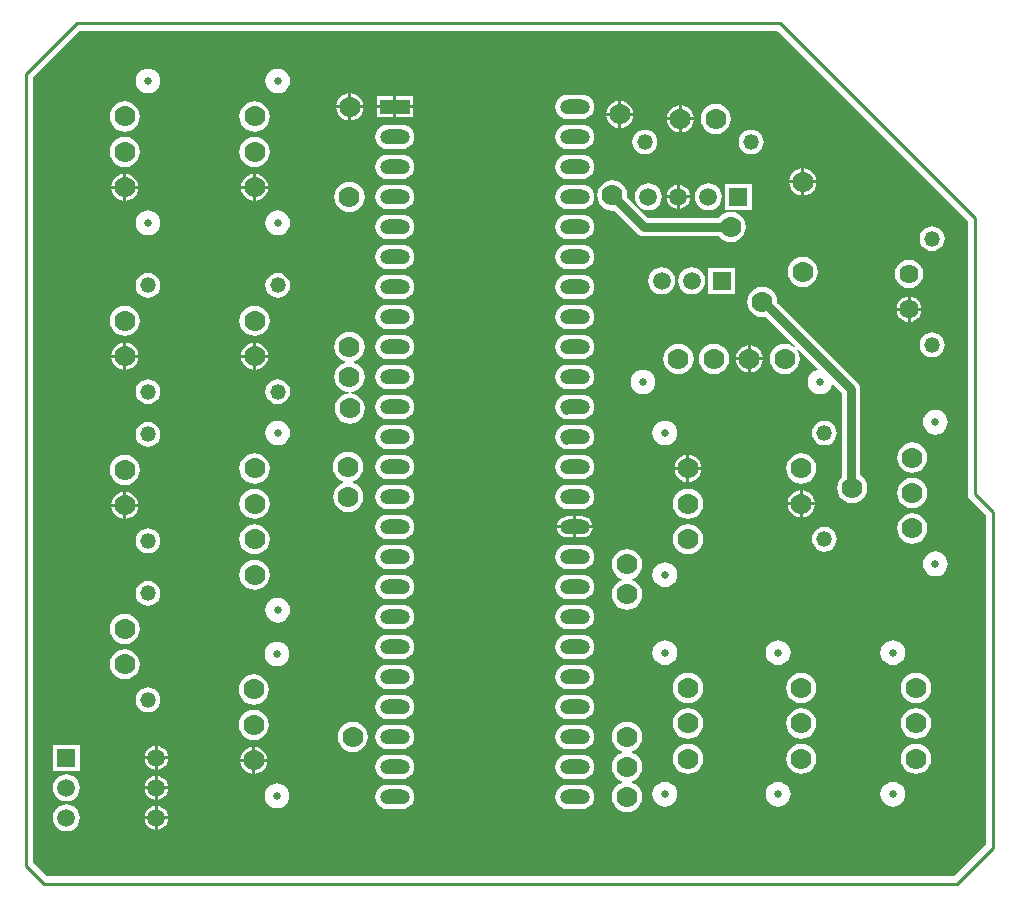
<source format=gtl>
%FSLAX23Y23*%
%MOMM*%
%SFA1B1*%

%IPPOS*%
%ADD10C,0.762000*%
%ADD11C,0.254000*%
%ADD12C,1.778000*%
%ADD13C,1.320038*%
%ADD14C,1.620012*%
%ADD15R,2.540000X1.270000*%
%ADD16O,2.540000X1.270000*%
%ADD17C,0.659892*%
%ADD18C,1.500124*%
%ADD19R,1.500124X1.500124*%
%LNteensyconnectionboard-1*%
%LPD*%
G36*
X120129Y103744D02*
Y80645D01*
X120178Y80397*
X120319Y80187*
X121653Y78852*
Y50941*
X118984Y48272*
X42178*
X41605Y48844*
X41033Y49417*
Y115936*
X44972Y119875*
X103998*
X120129Y103744*
G37*
%LNteensyconnectionboard-2*%
%LPC*%
G36*
X61716Y116651D02*
X61445Y116615D01*
X61192Y116510*
X60974Y116343*
X60807Y116126*
X60702Y115872*
X60667Y115600*
X60702Y115329*
X60807Y115075*
X60974Y114858*
X61192Y114691*
X61445Y114586*
X61716Y114550*
X61988Y114586*
X62241Y114691*
X62459Y114858*
X62626Y115075*
X62731Y115329*
X62766Y115600*
X62731Y115872*
X62626Y116126*
X62459Y116343*
X62241Y116510*
X61988Y116615*
X61716Y116651*
G37*
G36*
X50728D02*
X50456Y116615D01*
X50203Y116510*
X49985Y116343*
X49818Y116126*
X49713Y115872*
X49678Y115600*
X49713Y115329*
X49818Y115075*
X49985Y114858*
X50203Y114691*
X50456Y114586*
X50728Y114550*
X50999Y114586*
X51252Y114691*
X51470Y114858*
X51637Y115075*
X51742Y115329*
X51777Y115600*
X51742Y115872*
X51637Y116126*
X51470Y116343*
X51252Y116510*
X50999Y116615*
X50728Y116651*
G37*
G36*
X73152Y114300D02*
X71755D01*
Y113538*
X73152*
Y114300*
G37*
G36*
X71501D02*
X70104D01*
Y113538*
X71501*
Y114300*
G37*
G36*
X67945Y114547D02*
Y113538D01*
X68954*
X68931Y113709*
X68816Y113987*
X68633Y114226*
X68394Y114409*
X68116Y114524*
X67945Y114547*
G37*
G36*
X67691D02*
X67519Y114524D01*
X67241Y114409*
X67002Y114226*
X66819Y113987*
X66704Y113709*
X66681Y113538*
X67691*
Y114547*
G37*
G36*
X90805Y113912D02*
Y112903D01*
X91814*
X91791Y113074*
X91676Y113352*
X91493Y113591*
X91254Y113774*
X90976Y113889*
X90805Y113912*
G37*
G36*
X90551D02*
X90379Y113889D01*
X90101Y113774*
X89862Y113591*
X89679Y113352*
X89564Y113074*
X89541Y112903*
X90551*
Y113912*
G37*
G36*
X95933Y113531D02*
Y112522D01*
X96942*
X96919Y112693*
X96804Y112971*
X96621Y113210*
X96382Y113393*
X96104Y113508*
X95933Y113531*
G37*
G36*
X95679D02*
X95507Y113508D01*
X95229Y113393*
X94990Y113210*
X94807Y112971*
X94692Y112693*
X94669Y112522*
X95679*
Y113531*
G37*
G36*
X73152Y113284D02*
X71755D01*
Y112522*
X73152*
Y113284*
G37*
G36*
X71501D02*
X70104D01*
Y112522*
X71501*
Y113284*
G37*
G36*
X87503Y114435D02*
X86233D01*
X85967Y114400*
X85720Y114298*
X85508Y114135*
X85345Y113923*
X85243Y113676*
X85208Y113411*
X85243Y113145*
X85345Y112898*
X85508Y112686*
X85720Y112523*
X85967Y112421*
X86233Y112386*
X87503*
X87768Y112421*
X88015Y112523*
X88227Y112686*
X88390Y112898*
X88492Y113145*
X88527Y113411*
X88492Y113676*
X88390Y113923*
X88227Y114135*
X88015Y114298*
X87768Y114400*
X87503Y114435*
G37*
G36*
X68954Y113284D02*
X67945D01*
Y112274*
X68116Y112297*
X68394Y112412*
X68633Y112595*
X68816Y112834*
X68931Y113112*
X68954Y113284*
G37*
G36*
X67691D02*
X66681D01*
X66704Y113112*
X66819Y112834*
X67002Y112595*
X67241Y112412*
X67519Y112297*
X67691Y112274*
Y113284*
G37*
G36*
X91814Y112649D02*
X90805D01*
Y111639*
X90976Y111662*
X91254Y111777*
X91493Y111960*
X91676Y112199*
X91791Y112477*
X91814Y112649*
G37*
G36*
X90551D02*
X89541D01*
X89564Y112477*
X89679Y112199*
X89862Y111960*
X90101Y111777*
X90379Y111662*
X90551Y111639*
Y112649*
G37*
G36*
X59757Y113881D02*
X59425Y113838D01*
X59116Y113710*
X58851Y113506*
X58647Y113241*
X58519Y112932*
X58476Y112600*
X58519Y112269*
X58647Y111960*
X58851Y111695*
X59116Y111491*
X59425Y111363*
X59757Y111320*
X60088Y111363*
X60397Y111491*
X60662Y111695*
X60866Y111960*
X60994Y112269*
X61037Y112600*
X60994Y112932*
X60866Y113241*
X60662Y113506*
X60397Y113710*
X60088Y113838*
X59757Y113881*
G37*
G36*
X48768D02*
X48436Y113838D01*
X48127Y113710*
X47862Y113506*
X47658Y113241*
X47530Y112932*
X47487Y112600*
X47530Y112269*
X47658Y111960*
X47862Y111695*
X48127Y111491*
X48436Y111363*
X48768Y111320*
X49099Y111363*
X49408Y111491*
X49673Y111695*
X49877Y111960*
X50005Y112269*
X50048Y112600*
X50005Y112932*
X49877Y113241*
X49673Y113506*
X49408Y113710*
X49099Y113838*
X48768Y113881*
G37*
G36*
X96942Y112268D02*
X95933D01*
Y111258*
X96104Y111281*
X96382Y111396*
X96621Y111579*
X96804Y111818*
X96919Y112096*
X96942Y112268*
G37*
G36*
X95679D02*
X94669D01*
X94692Y112096*
X94807Y111818*
X94990Y111579*
X95229Y111396*
X95507Y111281*
X95679Y111258*
Y112268*
G37*
G36*
X98806Y113675D02*
X98474Y113632D01*
X98165Y113504*
X97900Y113300*
X97696Y113035*
X97568Y112726*
X97525Y112395*
X97568Y112063*
X97696Y111754*
X97900Y111489*
X98165Y111285*
X98474Y111157*
X98806Y111114*
X99137Y111157*
X99446Y111285*
X99711Y111489*
X99915Y111754*
X100043Y112063*
X100086Y112395*
X100043Y112726*
X99915Y113035*
X99711Y113300*
X99446Y113504*
X99137Y113632*
X98806Y113675*
G37*
G36*
X87503Y111895D02*
X86233D01*
X85967Y111860*
X85720Y111758*
X85508Y111595*
X85345Y111383*
X85243Y111136*
X85208Y110871*
X85243Y110605*
X85345Y110358*
X85508Y110146*
X85720Y109983*
X85967Y109881*
X86233Y109846*
X87503*
X87768Y109881*
X88015Y109983*
X88227Y110146*
X88390Y110358*
X88492Y110605*
X88527Y110871*
X88492Y111136*
X88390Y111383*
X88227Y111595*
X88015Y111758*
X87768Y111860*
X87503Y111895*
G37*
G36*
X72263D02*
X70993D01*
X70727Y111860*
X70480Y111758*
X70268Y111595*
X70105Y111383*
X70003Y111136*
X69968Y110871*
X70003Y110605*
X70105Y110358*
X70268Y110146*
X70480Y109983*
X70727Y109881*
X70993Y109846*
X72263*
X72528Y109881*
X72775Y109983*
X72987Y110146*
X73150Y110358*
X73252Y110605*
X73287Y110871*
X73252Y111136*
X73150Y111383*
X72987Y111595*
X72775Y111758*
X72528Y111860*
X72263Y111895*
G37*
G36*
X101805Y111484D02*
X101534Y111449D01*
X101280Y111344*
X101063Y111177*
X100896Y110959*
X100791Y110706*
X100755Y110434*
X100791Y110163*
X100896Y109910*
X101063Y109692*
X101280Y109525*
X101534Y109420*
X101805Y109385*
X102077Y109420*
X102331Y109525*
X102548Y109692*
X102715Y109910*
X102820Y110163*
X102856Y110434*
X102820Y110706*
X102715Y110959*
X102548Y111177*
X102331Y111344*
X102077Y111449*
X101805Y111484*
G37*
G36*
X92806D02*
X92534Y111449D01*
X92280Y111344*
X92063Y111177*
X91896Y110959*
X91791Y110706*
X91755Y110434*
X91791Y110163*
X91896Y109910*
X92063Y109692*
X92280Y109525*
X92534Y109420*
X92806Y109385*
X93077Y109420*
X93331Y109525*
X93548Y109692*
X93715Y109910*
X93820Y110163*
X93856Y110434*
X93820Y110706*
X93715Y110959*
X93548Y111177*
X93331Y111344*
X93077Y111449*
X92806Y111484*
G37*
G36*
X59757Y110881D02*
X59425Y110838D01*
X59116Y110710*
X58851Y110506*
X58647Y110241*
X58519Y109932*
X58476Y109601*
X58519Y109269*
X58647Y108960*
X58851Y108695*
X59116Y108491*
X59425Y108363*
X59757Y108320*
X60088Y108363*
X60397Y108491*
X60662Y108695*
X60866Y108960*
X60994Y109269*
X61037Y109601*
X60994Y109932*
X60866Y110241*
X60662Y110506*
X60397Y110710*
X60088Y110838*
X59757Y110881*
G37*
G36*
X48768D02*
X48436Y110838D01*
X48127Y110710*
X47862Y110506*
X47658Y110241*
X47530Y109932*
X47487Y109601*
X47530Y109269*
X47658Y108960*
X47862Y108695*
X48127Y108491*
X48436Y108363*
X48768Y108320*
X49099Y108363*
X49408Y108491*
X49673Y108695*
X49877Y108960*
X50005Y109269*
X50048Y109601*
X50005Y109932*
X49877Y110241*
X49673Y110506*
X49408Y110710*
X49099Y110838*
X48768Y110881*
G37*
G36*
X87503Y109355D02*
X86233D01*
X85967Y109320*
X85720Y109218*
X85508Y109055*
X85345Y108843*
X85243Y108596*
X85208Y108331*
X85243Y108065*
X85345Y107818*
X85508Y107606*
X85720Y107443*
X85967Y107341*
X86233Y107306*
X87503*
X87768Y107341*
X88015Y107443*
X88227Y107606*
X88390Y107818*
X88492Y108065*
X88527Y108331*
X88492Y108596*
X88390Y108843*
X88227Y109055*
X88015Y109218*
X87768Y109320*
X87503Y109355*
G37*
G36*
X72263D02*
X70993D01*
X70727Y109320*
X70480Y109218*
X70268Y109055*
X70105Y108843*
X70003Y108596*
X69968Y108331*
X70003Y108065*
X70105Y107818*
X70268Y107606*
X70480Y107443*
X70727Y107341*
X70993Y107306*
X72263*
X72528Y107341*
X72775Y107443*
X72987Y107606*
X73150Y107818*
X73252Y108065*
X73287Y108331*
X73252Y108596*
X73150Y108843*
X72987Y109055*
X72775Y109218*
X72528Y109320*
X72263Y109355*
G37*
G36*
X106299Y108197D02*
Y107188D01*
X107308*
X107285Y107359*
X107170Y107637*
X106987Y107876*
X106748Y108059*
X106470Y108174*
X106299Y108197*
G37*
G36*
X106045D02*
X105873Y108174D01*
X105595Y108059*
X105356Y107876*
X105173Y107637*
X105058Y107359*
X105035Y107188*
X106045*
Y108197*
G37*
G36*
X59884Y107737D02*
Y106728D01*
X60893*
X60870Y106899*
X60755Y107177*
X60572Y107416*
X60333Y107599*
X60055Y107714*
X59884Y107737*
G37*
G36*
X48895D02*
Y106728D01*
X49904*
X49881Y106899*
X49766Y107177*
X49583Y107416*
X49344Y107599*
X49066Y107714*
X48895Y107737*
G37*
G36*
X59630D02*
X59458Y107714D01*
X59180Y107599*
X58941Y107416*
X58758Y107177*
X58643Y106899*
X58620Y106728*
X59630*
Y107737*
G37*
G36*
X48641D02*
X48469Y107714D01*
X48191Y107599*
X47952Y107416*
X47769Y107177*
X47654Y106899*
X47631Y106728*
X48641*
Y107737*
G37*
G36*
X107308Y106934D02*
X106299D01*
Y105924*
X106470Y105947*
X106748Y106062*
X106987Y106245*
X107170Y106484*
X107285Y106762*
X107308Y106934*
G37*
G36*
X106045D02*
X105035D01*
X105058Y106762*
X105173Y106484*
X105356Y106245*
X105595Y106062*
X105873Y105947*
X106045Y105924*
Y106934*
G37*
G36*
X95758Y106786D02*
Y105918D01*
X96626*
X96609Y106053*
X96508Y106297*
X96347Y106507*
X96137Y106668*
X95893Y106769*
X95758Y106786*
G37*
G36*
X95504D02*
X95368Y106769D01*
X95124Y106668*
X94914Y106507*
X94753Y106297*
X94652Y106053*
X94635Y105918*
X95504*
Y106786*
G37*
G36*
X49904Y106474D02*
X48895D01*
Y105464*
X49066Y105487*
X49344Y105602*
X49583Y105785*
X49766Y106024*
X49881Y106302*
X49904Y106474*
G37*
G36*
X60893D02*
X59884D01*
Y105464*
X60055Y105487*
X60333Y105602*
X60572Y105785*
X60755Y106024*
X60870Y106302*
X60893Y106474*
G37*
G36*
X59630D02*
X58620D01*
X58643Y106302*
X58758Y106024*
X58941Y105785*
X59180Y105602*
X59458Y105487*
X59630Y105464*
Y106474*
G37*
G36*
X48641D02*
X47631D01*
X47654Y106302*
X47769Y106024*
X47952Y105785*
X48191Y105602*
X48469Y105487*
X48641Y105464*
Y106474*
G37*
G36*
X96626Y105664D02*
X95758D01*
Y104795*
X95893Y104812*
X96137Y104913*
X96347Y105074*
X96508Y105284*
X96609Y105528*
X96626Y105664*
G37*
G36*
X95504D02*
X94635D01*
X94652Y105528*
X94753Y105284*
X94914Y105074*
X95124Y104913*
X95368Y104812*
X95504Y104795*
Y105664*
G37*
G36*
X87503Y106815D02*
X86233D01*
X85967Y106780*
X85720Y106678*
X85508Y106515*
X85345Y106303*
X85243Y106056*
X85208Y105791*
X85243Y105525*
X85345Y105278*
X85508Y105066*
X85720Y104903*
X85967Y104801*
X86233Y104766*
X87503*
X87768Y104801*
X88015Y104903*
X88227Y105066*
X88390Y105278*
X88492Y105525*
X88527Y105791*
X88492Y106056*
X88390Y106303*
X88227Y106515*
X88015Y106678*
X87768Y106780*
X87503Y106815*
G37*
G36*
X72263D02*
X70993D01*
X70727Y106780*
X70480Y106678*
X70268Y106515*
X70105Y106303*
X70003Y106056*
X69968Y105791*
X70003Y105525*
X70105Y105278*
X70268Y105066*
X70480Y104903*
X70727Y104801*
X70993Y104766*
X72263*
X72528Y104801*
X72775Y104903*
X72987Y105066*
X73150Y105278*
X73252Y105525*
X73287Y105791*
X73252Y106056*
X73150Y106303*
X72987Y106515*
X72775Y106678*
X72528Y106780*
X72263Y106815*
G37*
G36*
X101842Y106922D02*
X99579D01*
Y104659*
X101842*
Y106922*
G37*
G36*
X98171Y106931D02*
X97875Y106892D01*
X97600Y106779*
X97364Y106597*
X97183Y106361*
X97069Y106086*
X97030Y105791*
X97069Y105495*
X97183Y105220*
X97364Y104984*
X97600Y104802*
X97875Y104689*
X98171Y104650*
X98466Y104689*
X98741Y104802*
X98977Y104984*
X99158Y105220*
X99272Y105495*
X99311Y105791*
X99272Y106086*
X99158Y106361*
X98977Y106597*
X98741Y106779*
X98466Y106892*
X98171Y106931*
G37*
G36*
X93091D02*
X92795Y106892D01*
X92520Y106779*
X92284Y106597*
X92103Y106361*
X91989Y106086*
X91950Y105791*
X91989Y105495*
X92103Y105220*
X92284Y104984*
X92520Y104802*
X92795Y104689*
X93091Y104650*
X93386Y104689*
X93661Y104802*
X93897Y104984*
X94079Y105220*
X94192Y105495*
X94231Y105791*
X94192Y106086*
X94079Y106361*
X93897Y106597*
X93661Y106779*
X93386Y106892*
X93091Y106931*
G37*
G36*
X67792Y107071D02*
X67461Y107028D01*
X67152Y106900*
X66886Y106696*
X66683Y106431*
X66555Y106122*
X66511Y105791*
X66555Y105459*
X66683Y105150*
X66886Y104885*
X67152Y104681*
X67461Y104553*
X67792Y104510*
X68124Y104553*
X68433Y104681*
X68698Y104885*
X68902Y105150*
X69029Y105459*
X69073Y105791*
X69029Y106122*
X68902Y106431*
X68698Y106696*
X68433Y106900*
X68124Y107028*
X67792Y107071*
G37*
G36*
X61716Y104651D02*
X61445Y104615D01*
X61192Y104510*
X60974Y104343*
X60807Y104126*
X60702Y103872*
X60667Y103601*
X60702Y103329*
X60807Y103075*
X60974Y102858*
X61192Y102691*
X61445Y102586*
X61716Y102550*
X61988Y102586*
X62241Y102691*
X62459Y102858*
X62626Y103075*
X62731Y103329*
X62766Y103601*
X62731Y103872*
X62626Y104126*
X62459Y104343*
X62241Y104510*
X61988Y104615*
X61716Y104651*
G37*
G36*
X50728D02*
X50456Y104615D01*
X50203Y104510*
X49985Y104343*
X49818Y104126*
X49713Y103872*
X49678Y103601*
X49713Y103329*
X49818Y103075*
X49985Y102858*
X50203Y102691*
X50456Y102586*
X50728Y102550*
X50999Y102586*
X51252Y102691*
X51470Y102858*
X51637Y103075*
X51742Y103329*
X51777Y103601*
X51742Y103872*
X51637Y104126*
X51470Y104343*
X51252Y104510*
X50999Y104615*
X50728Y104651*
G37*
G36*
X87503Y104275D02*
X86233D01*
X85967Y104240*
X85720Y104138*
X85508Y103975*
X85345Y103763*
X85243Y103516*
X85208Y103251*
X85243Y102985*
X85345Y102738*
X85508Y102526*
X85720Y102363*
X85967Y102261*
X86233Y102226*
X87503*
X87768Y102261*
X88015Y102363*
X88227Y102526*
X88390Y102738*
X88492Y102985*
X88527Y103251*
X88492Y103516*
X88390Y103763*
X88227Y103975*
X88015Y104138*
X87768Y104240*
X87503Y104275*
G37*
G36*
X72263D02*
X70993D01*
X70727Y104240*
X70480Y104138*
X70268Y103975*
X70105Y103763*
X70003Y103516*
X69968Y103251*
X70003Y102985*
X70105Y102738*
X70268Y102526*
X70480Y102363*
X70727Y102261*
X70993Y102226*
X72263*
X72528Y102261*
X72775Y102363*
X72987Y102526*
X73150Y102738*
X73252Y102985*
X73287Y103251*
X73252Y103516*
X73150Y103763*
X72987Y103975*
X72775Y104138*
X72528Y104240*
X72263Y104275*
G37*
G36*
X90043Y107198D02*
X89711Y107155D01*
X89402Y107027*
X89137Y106823*
X88933Y106558*
X88805Y106249*
X88762Y105918*
X88805Y105586*
X88933Y105277*
X89137Y105012*
X89402Y104808*
X89711Y104680*
X90043Y104637*
X90214Y104659*
X92166Y102707*
X92325Y102585*
X92511Y102508*
X92710Y102482*
X99064*
X99170Y102345*
X99435Y102141*
X99744Y102013*
X100076Y101970*
X100407Y102013*
X100716Y102141*
X100981Y102345*
X101185Y102610*
X101313Y102919*
X101356Y103251*
X101313Y103582*
X101185Y103891*
X100981Y104156*
X100716Y104360*
X100407Y104488*
X100076Y104531*
X99744Y104488*
X99435Y104360*
X99170Y104156*
X99064Y104019*
X93028*
X91301Y105746*
X91323Y105918*
X91280Y106249*
X91152Y106558*
X90948Y106823*
X90683Y107027*
X90374Y107155*
X90043Y107198*
G37*
G36*
X117128Y103316D02*
X116856Y103280D01*
X116603Y103175*
X116385Y103008*
X116218Y102791*
X116113Y102537*
X116078Y102265*
X116113Y101994*
X116218Y101740*
X116385Y101523*
X116603Y101356*
X116856Y101251*
X117128Y101215*
X117399Y101251*
X117653Y101356*
X117870Y101523*
X118037Y101740*
X118142Y101994*
X118178Y102265*
X118142Y102537*
X118037Y102791*
X117870Y103008*
X117653Y103175*
X117399Y103280*
X117128Y103316*
G37*
G36*
X87503Y101735D02*
X86233D01*
X85967Y101700*
X85720Y101598*
X85508Y101435*
X85345Y101223*
X85243Y100976*
X85208Y100711*
X85243Y100445*
X85345Y100198*
X85508Y99986*
X85720Y99823*
X85967Y99721*
X86233Y99686*
X87503*
X87768Y99721*
X88015Y99823*
X88227Y99986*
X88390Y100198*
X88492Y100445*
X88527Y100711*
X88492Y100976*
X88390Y101223*
X88227Y101435*
X88015Y101598*
X87768Y101700*
X87503Y101735*
G37*
G36*
X72263D02*
X70993D01*
X70727Y101700*
X70480Y101598*
X70268Y101435*
X70105Y101223*
X70003Y100976*
X69968Y100711*
X70003Y100445*
X70105Y100198*
X70268Y99986*
X70480Y99823*
X70727Y99721*
X70993Y99686*
X72263*
X72528Y99721*
X72775Y99823*
X72987Y99986*
X73150Y100198*
X73252Y100445*
X73287Y100711*
X73252Y100976*
X73150Y101223*
X72987Y101435*
X72775Y101598*
X72528Y101700*
X72263Y101735*
G37*
G36*
X106172Y100721D02*
X105840Y100678D01*
X105531Y100550*
X105266Y100346*
X105062Y100081*
X104934Y99772*
X104891Y99441*
X104934Y99109*
X105062Y98800*
X105266Y98535*
X105531Y98331*
X105840Y98203*
X106172Y98160*
X106503Y98203*
X106812Y98331*
X107077Y98535*
X107281Y98800*
X107409Y99109*
X107452Y99441*
X107409Y99772*
X107281Y100081*
X107077Y100346*
X106812Y100550*
X106503Y100678*
X106172Y100721*
G37*
G36*
X115168Y100467D02*
X114857Y100426D01*
X114567Y100306*
X114318Y100115*
X114127Y99866*
X114007Y99576*
X113966Y99265*
X114007Y98955*
X114127Y98665*
X114318Y98416*
X114567Y98225*
X114857Y98105*
X115168Y98064*
X115479Y98105*
X115768Y98225*
X116017Y98416*
X116208Y98665*
X116328Y98955*
X116369Y99265*
X116328Y99576*
X116208Y99866*
X116017Y100115*
X115768Y100306*
X115479Y100426*
X115168Y100467*
G37*
G36*
X100445Y99810D02*
X98182D01*
Y97547*
X100445*
Y99810*
G37*
G36*
X96774Y99819D02*
X96478Y99780D01*
X96203Y99666*
X95967Y99485*
X95786Y99249*
X95672Y98974*
X95633Y98679*
X95672Y98383*
X95786Y98108*
X95967Y97872*
X96203Y97691*
X96478Y97577*
X96774Y97538*
X97069Y97577*
X97344Y97691*
X97580Y97872*
X97762Y98108*
X97875Y98383*
X97914Y98679*
X97875Y98974*
X97762Y99249*
X97580Y99485*
X97344Y99666*
X97069Y99780*
X96774Y99819*
G37*
G36*
X94234D02*
X93938Y99780D01*
X93663Y99666*
X93427Y99485*
X93245Y99249*
X93132Y98974*
X93093Y98679*
X93132Y98383*
X93245Y98108*
X93427Y97872*
X93663Y97691*
X93938Y97577*
X94234Y97538*
X94529Y97577*
X94804Y97691*
X95040Y97872*
X95221Y98108*
X95335Y98383*
X95374Y98679*
X95335Y98974*
X95221Y99249*
X95040Y99485*
X94804Y99666*
X94529Y99780*
X94234Y99819*
G37*
G36*
X61716Y99348D02*
X61445Y99312D01*
X61192Y99207*
X60974Y99040*
X60807Y98823*
X60702Y98569*
X60667Y98298*
X60702Y98026*
X60807Y97772*
X60974Y97555*
X61192Y97388*
X61445Y97283*
X61716Y97247*
X61988Y97283*
X62241Y97388*
X62459Y97555*
X62626Y97772*
X62731Y98026*
X62766Y98298*
X62731Y98569*
X62626Y98823*
X62459Y99040*
X62241Y99207*
X61988Y99312*
X61716Y99348*
G37*
G36*
X50728D02*
X50456Y99312D01*
X50203Y99207*
X49985Y99040*
X49818Y98823*
X49713Y98569*
X49678Y98298*
X49713Y98026*
X49818Y97772*
X49985Y97555*
X50203Y97388*
X50456Y97283*
X50728Y97247*
X50999Y97283*
X51252Y97388*
X51470Y97555*
X51637Y97772*
X51742Y98026*
X51777Y98298*
X51742Y98569*
X51637Y98823*
X51470Y99040*
X51252Y99207*
X50999Y99312*
X50728Y99348*
G37*
G36*
X87503Y99195D02*
X86233D01*
X85967Y99160*
X85720Y99058*
X85508Y98895*
X85345Y98683*
X85243Y98436*
X85208Y98171*
X85243Y97905*
X85345Y97658*
X85508Y97446*
X85720Y97283*
X85967Y97181*
X86233Y97146*
X87503*
X87768Y97181*
X88015Y97283*
X88227Y97446*
X88390Y97658*
X88492Y97905*
X88527Y98171*
X88492Y98436*
X88390Y98683*
X88227Y98895*
X88015Y99058*
X87768Y99160*
X87503Y99195*
G37*
G36*
X72263D02*
X70993D01*
X70727Y99160*
X70480Y99058*
X70268Y98895*
X70105Y98683*
X70003Y98436*
X69968Y98171*
X70003Y97905*
X70105Y97658*
X70268Y97446*
X70480Y97283*
X70727Y97181*
X70993Y97146*
X72263*
X72528Y97181*
X72775Y97283*
X72987Y97446*
X73150Y97658*
X73252Y97905*
X73287Y98171*
X73252Y98436*
X73150Y98683*
X72987Y98895*
X72775Y99058*
X72528Y99160*
X72263Y99195*
G37*
G36*
X115295Y97322D02*
Y96393D01*
X116224*
X116204Y96543*
X116097Y96802*
X115926Y97024*
X115704Y97195*
X115445Y97302*
X115295Y97322*
G37*
G36*
X115041D02*
X114890Y97302D01*
X114631Y97195*
X114409Y97024*
X114238Y96802*
X114131Y96543*
X114111Y96393*
X115041*
Y97322*
G37*
G36*
Y96139D02*
X114111D01*
X114131Y95988*
X114238Y95729*
X114409Y95507*
X114631Y95336*
X114890Y95229*
X115041Y95209*
Y96139*
G37*
G36*
X116224D02*
X115295D01*
Y95209*
X115445Y95229*
X115704Y95336*
X115926Y95507*
X116097Y95729*
X116204Y95988*
X116224Y96139*
G37*
G36*
X87503Y96655D02*
X86233D01*
X85967Y96620*
X85720Y96518*
X85508Y96355*
X85345Y96143*
X85243Y95896*
X85208Y95631*
X85243Y95365*
X85345Y95118*
X85508Y94906*
X85720Y94743*
X85967Y94641*
X86233Y94606*
X87503*
X87768Y94641*
X88015Y94743*
X88227Y94906*
X88390Y95118*
X88492Y95365*
X88527Y95631*
X88492Y95896*
X88390Y96143*
X88227Y96355*
X88015Y96518*
X87768Y96620*
X87503Y96655*
G37*
G36*
X72263D02*
X70993D01*
X70727Y96620*
X70480Y96518*
X70268Y96355*
X70105Y96143*
X70003Y95896*
X69968Y95631*
X70003Y95365*
X70105Y95118*
X70268Y94906*
X70480Y94743*
X70727Y94641*
X70993Y94606*
X72263*
X72528Y94641*
X72775Y94743*
X72987Y94906*
X73150Y95118*
X73252Y95365*
X73287Y95631*
X73252Y95896*
X73150Y96143*
X72987Y96355*
X72775Y96518*
X72528Y96620*
X72263Y96655*
G37*
G36*
X59757Y96578D02*
X59425Y96535D01*
X59116Y96407*
X58851Y96203*
X58647Y95938*
X58519Y95629*
X58476Y95298*
X58519Y94966*
X58647Y94657*
X58851Y94392*
X59116Y94188*
X59425Y94060*
X59757Y94017*
X60088Y94060*
X60397Y94188*
X60662Y94392*
X60866Y94657*
X60994Y94966*
X61037Y95298*
X60994Y95629*
X60866Y95938*
X60662Y96203*
X60397Y96407*
X60088Y96535*
X59757Y96578*
G37*
G36*
X48768D02*
X48436Y96535D01*
X48127Y96407*
X47862Y96203*
X47658Y95938*
X47530Y95629*
X47487Y95298*
X47530Y94966*
X47658Y94657*
X47862Y94392*
X48127Y94188*
X48436Y94060*
X48768Y94017*
X49099Y94060*
X49408Y94188*
X49673Y94392*
X49877Y94657*
X50005Y94966*
X50048Y95298*
X50005Y95629*
X49877Y95938*
X49673Y96203*
X49408Y96407*
X49099Y96535*
X48768Y96578*
G37*
G36*
X102743Y98181D02*
X102411Y98138D01*
X102102Y98010*
X101837Y97806*
X101633Y97541*
X101505Y97232*
X101462Y96901*
X101505Y96569*
X101633Y96260*
X101837Y95995*
X102102Y95791*
X102411Y95663*
X102743Y95620*
X103029Y95657*
X105521Y93165*
X105437Y93070*
X105288Y93184*
X104979Y93312*
X104648Y93355*
X104316Y93312*
X104007Y93184*
X103742Y92980*
X103538Y92715*
X103410Y92406*
X103367Y92075*
X103410Y91743*
X103538Y91434*
X103742Y91169*
X104007Y90965*
X104316Y90837*
X104648Y90794*
X104979Y90837*
X105288Y90965*
X105553Y91169*
X105757Y91434*
X105885Y91743*
X105928Y92075*
X105885Y92406*
X105757Y92715*
X105643Y92864*
X105738Y92948*
X107435Y91251*
X107394Y91131*
X107376Y91129*
X107122Y91024*
X106905Y90857*
X106738Y90639*
X106633Y90386*
X106597Y90115*
X106633Y89843*
X106738Y89590*
X106905Y89372*
X107122Y89205*
X107376Y89100*
X107647Y89065*
X107919Y89100*
X108173Y89205*
X108390Y89372*
X108557Y89590*
X108662Y89843*
X108664Y89861*
X108784Y89902*
X109467Y89219*
Y82059*
X109457Y82051*
X109253Y81786*
X109125Y81477*
X109082Y81146*
X109125Y80814*
X109253Y80505*
X109457Y80240*
X109722Y80036*
X110031Y79908*
X110363Y79865*
X110694Y79908*
X111003Y80036*
X111268Y80240*
X111472Y80505*
X111600Y80814*
X111643Y81146*
X111600Y81477*
X111472Y81786*
X111268Y82051*
X111004Y82254*
Y89538*
X110978Y89736*
X110901Y89922*
X110779Y90081*
X104016Y96844*
X104023Y96901*
X103980Y97232*
X103852Y97541*
X103648Y97806*
X103383Y98010*
X103074Y98138*
X102743Y98181*
G37*
G36*
X59884Y93434D02*
Y92425D01*
X60893*
X60870Y92596*
X60755Y92874*
X60572Y93113*
X60333Y93296*
X60055Y93411*
X59884Y93434*
G37*
G36*
X48895D02*
Y92425D01*
X49904*
X49881Y92596*
X49766Y92874*
X49583Y93113*
X49344Y93296*
X49066Y93411*
X48895Y93434*
G37*
G36*
X59630D02*
X59458Y93411D01*
X59180Y93296*
X58941Y93113*
X58758Y92874*
X58643Y92596*
X58620Y92425*
X59630*
Y93434*
G37*
G36*
X48641D02*
X48469Y93411D01*
X48191Y93296*
X47952Y93113*
X47769Y92874*
X47654Y92596*
X47631Y92425*
X48641*
Y93434*
G37*
G36*
X117128Y94316D02*
X116856Y94280D01*
X116603Y94175*
X116385Y94008*
X116218Y93791*
X116113Y93537*
X116078Y93266*
X116113Y92994*
X116218Y92740*
X116385Y92523*
X116603Y92356*
X116856Y92251*
X117128Y92215*
X117399Y92251*
X117653Y92356*
X117870Y92523*
X118037Y92740*
X118142Y92994*
X118178Y93266*
X118142Y93537*
X118037Y93791*
X117870Y94008*
X117653Y94175*
X117399Y94280*
X117128Y94316*
G37*
G36*
X101775Y93211D02*
Y92202D01*
X102784*
X102761Y92373*
X102646Y92651*
X102463Y92890*
X102224Y93073*
X101946Y93188*
X101775Y93211*
G37*
G36*
X101521D02*
X101349Y93188D01*
X101071Y93073*
X100832Y92890*
X100649Y92651*
X100534Y92373*
X100511Y92202*
X101521*
Y93211*
G37*
G36*
X87503Y94115D02*
X86233D01*
X85967Y94080*
X85720Y93978*
X85508Y93815*
X85345Y93603*
X85243Y93356*
X85208Y93091*
X85243Y92825*
X85345Y92578*
X85508Y92366*
X85720Y92203*
X85967Y92101*
X86233Y92066*
X87503*
X87768Y92101*
X88015Y92203*
X88227Y92366*
X88390Y92578*
X88492Y92825*
X88527Y93091*
X88492Y93356*
X88390Y93603*
X88227Y93815*
X88015Y93978*
X87768Y94080*
X87503Y94115*
G37*
G36*
X72263D02*
X70993D01*
X70727Y94080*
X70480Y93978*
X70268Y93815*
X70105Y93603*
X70003Y93356*
X69968Y93091*
X70003Y92825*
X70105Y92578*
X70268Y92366*
X70480Y92203*
X70727Y92101*
X70993Y92066*
X72263*
X72528Y92101*
X72775Y92203*
X72987Y92366*
X73150Y92578*
X73252Y92825*
X73287Y93091*
X73252Y93356*
X73150Y93603*
X72987Y93815*
X72775Y93978*
X72528Y94080*
X72263Y94115*
G37*
G36*
X49904Y92171D02*
X48895D01*
Y91161*
X49066Y91184*
X49344Y91299*
X49583Y91482*
X49766Y91721*
X49881Y91999*
X49904Y92171*
G37*
G36*
X60893D02*
X59884D01*
Y91161*
X60055Y91184*
X60333Y91299*
X60572Y91482*
X60755Y91721*
X60870Y91999*
X60893Y92171*
G37*
G36*
X59630D02*
X58620D01*
X58643Y91999*
X58758Y91721*
X58941Y91482*
X59180Y91299*
X59458Y91184*
X59630Y91161*
Y92171*
G37*
G36*
X48641D02*
X47631D01*
X47654Y91999*
X47769Y91721*
X47952Y91482*
X48191Y91299*
X48469Y91184*
X48641Y91161*
Y92171*
G37*
G36*
X102784Y91948D02*
X101775D01*
Y90938*
X101946Y90961*
X102224Y91076*
X102463Y91259*
X102646Y91498*
X102761Y91776*
X102784Y91948*
G37*
G36*
X101521D02*
X100511D01*
X100534Y91776*
X100649Y91498*
X100832Y91259*
X101071Y91076*
X101349Y90961*
X101521Y90938*
Y91948*
G37*
G36*
X98648Y93355D02*
X98316Y93312D01*
X98007Y93184*
X97742Y92980*
X97538Y92715*
X97410Y92406*
X97367Y92075*
X97410Y91743*
X97538Y91434*
X97742Y91169*
X98007Y90965*
X98316Y90837*
X98648Y90794*
X98979Y90837*
X99288Y90965*
X99553Y91169*
X99757Y91434*
X99885Y91743*
X99928Y92075*
X99885Y92406*
X99757Y92715*
X99553Y92980*
X99288Y93184*
X98979Y93312*
X98648Y93355*
G37*
G36*
X95648D02*
X95316Y93312D01*
X95007Y93184*
X94742Y92980*
X94538Y92715*
X94410Y92406*
X94367Y92075*
X94410Y91743*
X94538Y91434*
X94742Y91169*
X95007Y90965*
X95316Y90837*
X95648Y90794*
X95979Y90837*
X96288Y90965*
X96553Y91169*
X96757Y91434*
X96885Y91743*
X96928Y92075*
X96885Y92406*
X96757Y92715*
X96553Y92980*
X96288Y93184*
X95979Y93312*
X95648Y93355*
G37*
G36*
X87503Y91575D02*
X86233D01*
X85967Y91540*
X85720Y91438*
X85508Y91275*
X85345Y91063*
X85243Y90816*
X85208Y90551*
X85243Y90285*
X85345Y90038*
X85508Y89826*
X85720Y89663*
X85967Y89561*
X86233Y89526*
X87503*
X87768Y89561*
X88015Y89663*
X88227Y89826*
X88390Y90038*
X88492Y90285*
X88527Y90551*
X88492Y90816*
X88390Y91063*
X88227Y91275*
X88015Y91438*
X87768Y91540*
X87503Y91575*
G37*
G36*
X72263D02*
X70993D01*
X70727Y91540*
X70480Y91438*
X70268Y91275*
X70105Y91063*
X70003Y90816*
X69968Y90551*
X70003Y90285*
X70105Y90038*
X70268Y89826*
X70480Y89663*
X70727Y89561*
X70993Y89526*
X72263*
X72528Y89561*
X72775Y89663*
X72987Y89826*
X73150Y90038*
X73252Y90285*
X73287Y90551*
X73252Y90816*
X73150Y91063*
X72987Y91275*
X72775Y91438*
X72528Y91540*
X72263Y91575*
G37*
G36*
X92648Y91164D02*
X92376Y91129D01*
X92123Y91024*
X91905Y90857*
X91738Y90639*
X91633Y90386*
X91597Y90115*
X91633Y89843*
X91738Y89590*
X91905Y89372*
X92123Y89205*
X92376Y89100*
X92648Y89065*
X92919Y89100*
X93173Y89205*
X93390Y89372*
X93557Y89590*
X93662Y89843*
X93698Y90115*
X93662Y90386*
X93557Y90639*
X93390Y90857*
X93173Y91024*
X92919Y91129*
X92648Y91164*
G37*
G36*
X61716Y90348D02*
X61445Y90312D01*
X61192Y90207*
X60974Y90040*
X60807Y89823*
X60702Y89569*
X60667Y89298*
X60702Y89026*
X60807Y88773*
X60974Y88555*
X61192Y88388*
X61445Y88283*
X61716Y88247*
X61988Y88283*
X62241Y88388*
X62459Y88555*
X62626Y88773*
X62731Y89026*
X62766Y89298*
X62731Y89569*
X62626Y89823*
X62459Y90040*
X62241Y90207*
X61988Y90312*
X61716Y90348*
G37*
G36*
X50728D02*
X50456Y90312D01*
X50203Y90207*
X49985Y90040*
X49818Y89823*
X49713Y89569*
X49678Y89298*
X49713Y89026*
X49818Y88773*
X49985Y88555*
X50203Y88388*
X50456Y88283*
X50728Y88247*
X50999Y88283*
X51252Y88388*
X51470Y88555*
X51637Y88773*
X51742Y89026*
X51777Y89298*
X51742Y89569*
X51637Y89823*
X51470Y90040*
X51252Y90207*
X50999Y90312*
X50728Y90348*
G37*
G36*
X87503Y89035D02*
X86233D01*
X85967Y89000*
X85720Y88898*
X85508Y88735*
X85345Y88523*
X85243Y88276*
X85208Y88011*
X85243Y87745*
X85345Y87498*
X85508Y87286*
X85720Y87123*
X85967Y87021*
X86233Y86986*
X87503*
X87768Y87021*
X88015Y87123*
X88227Y87286*
X88390Y87498*
X88492Y87745*
X88527Y88011*
X88492Y88276*
X88390Y88523*
X88227Y88735*
X88015Y88898*
X87768Y89000*
X87503Y89035*
G37*
G36*
X72263D02*
X70993D01*
X70727Y89000*
X70480Y88898*
X70268Y88735*
X70105Y88523*
X70003Y88276*
X69968Y88011*
X70003Y87745*
X70105Y87498*
X70268Y87286*
X70480Y87123*
X70727Y87021*
X70993Y86986*
X72263*
X72528Y87021*
X72775Y87123*
X72987Y87286*
X73150Y87498*
X73252Y87745*
X73287Y88011*
X73252Y88276*
X73150Y88523*
X72987Y88735*
X72775Y88898*
X72528Y89000*
X72263Y89035*
G37*
G36*
X67792Y94371D02*
X67461Y94328D01*
X67152Y94200*
X66886Y93996*
X66683Y93731*
X66555Y93422*
X66511Y93091*
X66555Y92759*
X66683Y92450*
X66886Y92185*
X67152Y91981*
X67374Y91889*
Y91752*
X67152Y91660*
X66886Y91456*
X66683Y91191*
X66555Y90882*
X66511Y90551*
X66555Y90219*
X66683Y89910*
X66886Y89645*
X67152Y89441*
X67461Y89313*
X67717Y89279*
Y89151*
X67486Y89121*
X67177Y88993*
X66912Y88789*
X66708Y88524*
X66580Y88215*
X66537Y87884*
X66580Y87552*
X66708Y87243*
X66912Y86978*
X67177Y86774*
X67486Y86646*
X67818Y86603*
X68149Y86646*
X68458Y86774*
X68723Y86978*
X68927Y87243*
X69055Y87552*
X69098Y87884*
X69055Y88215*
X68927Y88524*
X68723Y88789*
X68458Y88993*
X68149Y89121*
X67892Y89155*
Y89283*
X68124Y89313*
X68433Y89441*
X68698Y89645*
X68902Y89910*
X69029Y90219*
X69073Y90551*
X69029Y90882*
X68902Y91191*
X68698Y91456*
X68433Y91660*
X68211Y91752*
Y91889*
X68433Y91981*
X68698Y92185*
X68902Y92450*
X69029Y92759*
X69073Y93091*
X69029Y93422*
X68902Y93731*
X68698Y93996*
X68433Y94200*
X68124Y94328*
X67792Y94371*
G37*
G36*
X117403Y87774D02*
X117131Y87738D01*
X116878Y87633*
X116660Y87466*
X116493Y87249*
X116388Y86995*
X116353Y86723*
X116388Y86452*
X116493Y86198*
X116660Y85981*
X116878Y85814*
X117131Y85709*
X117403Y85673*
X117674Y85709*
X117928Y85814*
X118145Y85981*
X118312Y86198*
X118417Y86452*
X118452Y86723*
X118417Y86995*
X118312Y87249*
X118145Y87466*
X117928Y87633*
X117674Y87738*
X117403Y87774*
G37*
G36*
X108005Y86854D02*
X107733Y86818D01*
X107480Y86713*
X107262Y86546*
X107095Y86329*
X106990Y86075*
X106955Y85803*
X106990Y85532*
X107095Y85278*
X107262Y85061*
X107480Y84894*
X107733Y84789*
X108005Y84753*
X108276Y84789*
X108529Y84894*
X108747Y85061*
X108914Y85278*
X109019Y85532*
X109054Y85803*
X109019Y86075*
X108914Y86329*
X108747Y86546*
X108529Y86713*
X108276Y86818*
X108005Y86854*
G37*
G36*
X94493D02*
X94221Y86818D01*
X93968Y86713*
X93750Y86546*
X93583Y86329*
X93478Y86075*
X93443Y85803*
X93478Y85532*
X93583Y85278*
X93750Y85061*
X93968Y84894*
X94221Y84789*
X94493Y84753*
X94764Y84789*
X95017Y84894*
X95235Y85061*
X95402Y85278*
X95507Y85532*
X95542Y85803*
X95507Y86075*
X95402Y86329*
X95235Y86546*
X95017Y86713*
X94764Y86818*
X94493Y86854*
G37*
G36*
X61716D02*
X61445Y86818D01*
X61192Y86713*
X60974Y86546*
X60807Y86329*
X60702Y86075*
X60667Y85803*
X60702Y85532*
X60807Y85278*
X60974Y85061*
X61192Y84894*
X61445Y84789*
X61716Y84753*
X61988Y84789*
X62241Y84894*
X62459Y85061*
X62626Y85278*
X62731Y85532*
X62766Y85803*
X62731Y86075*
X62626Y86329*
X62459Y86546*
X62241Y86713*
X61988Y86818*
X61716Y86854*
G37*
G36*
X50728Y86727D02*
X50456Y86691D01*
X50203Y86586*
X49985Y86419*
X49818Y86202*
X49713Y85948*
X49678Y85676*
X49713Y85405*
X49818Y85151*
X49985Y84934*
X50203Y84767*
X50456Y84662*
X50728Y84626*
X50999Y84662*
X51252Y84767*
X51470Y84934*
X51637Y85151*
X51742Y85405*
X51777Y85676*
X51742Y85948*
X51637Y86202*
X51470Y86419*
X51252Y86586*
X50999Y86691*
X50728Y86727*
G37*
G36*
X87503Y86495D02*
X86233D01*
X85967Y86460*
X85720Y86358*
X85508Y86195*
X85345Y85983*
X85243Y85736*
X85208Y85471*
X85243Y85205*
X85345Y84958*
X85508Y84746*
X85720Y84583*
X85967Y84481*
X86233Y84446*
X87503*
X87768Y84481*
X88015Y84583*
X88227Y84746*
X88390Y84958*
X88492Y85205*
X88527Y85471*
X88492Y85736*
X88390Y85983*
X88227Y86195*
X88015Y86358*
X87768Y86460*
X87503Y86495*
G37*
G36*
X72263D02*
X70993D01*
X70727Y86460*
X70480Y86358*
X70268Y86195*
X70105Y85983*
X70003Y85736*
X69968Y85471*
X70003Y85205*
X70105Y84958*
X70268Y84746*
X70480Y84583*
X70727Y84481*
X70993Y84446*
X72263*
X72528Y84481*
X72775Y84583*
X72987Y84746*
X73150Y84958*
X73252Y85205*
X73287Y85471*
X73252Y85736*
X73150Y85983*
X72987Y86195*
X72775Y86358*
X72528Y86460*
X72263Y86495*
G37*
G36*
X96579Y83940D02*
Y82931D01*
X97589*
X97566Y83102*
X97451Y83380*
X97268Y83619*
X97029Y83802*
X96751Y83917*
X96579Y83940*
G37*
G36*
X96325D02*
X96154Y83917D01*
X95876Y83802*
X95637Y83619*
X95454Y83380*
X95339Y83102*
X95316Y82931*
X96325*
Y83940*
G37*
G36*
X115443Y85004D02*
X115111Y84961D01*
X114802Y84833*
X114537Y84629*
X114333Y84364*
X114205Y84055*
X114162Y83723*
X114205Y83392*
X114333Y83083*
X114537Y82818*
X114802Y82614*
X115111Y82486*
X115443Y82443*
X115774Y82486*
X116083Y82614*
X116348Y82818*
X116552Y83083*
X116680Y83392*
X116723Y83723*
X116680Y84055*
X116552Y84364*
X116348Y84629*
X116083Y84833*
X115774Y84961*
X115443Y85004*
G37*
G36*
X87503Y83955D02*
X86233D01*
X85967Y83920*
X85720Y83818*
X85508Y83655*
X85345Y83443*
X85243Y83196*
X85208Y82931*
X85243Y82665*
X85345Y82418*
X85508Y82206*
X85720Y82043*
X85967Y81941*
X86233Y81906*
X87503*
X87768Y81941*
X88015Y82043*
X88227Y82206*
X88390Y82418*
X88492Y82665*
X88527Y82931*
X88492Y83196*
X88390Y83443*
X88227Y83655*
X88015Y83818*
X87768Y83920*
X87503Y83955*
G37*
G36*
X72263D02*
X70993D01*
X70727Y83920*
X70480Y83818*
X70268Y83655*
X70105Y83443*
X70003Y83196*
X69968Y82931*
X70003Y82665*
X70105Y82418*
X70268Y82206*
X70480Y82043*
X70727Y81941*
X70993Y81906*
X72263*
X72528Y81941*
X72775Y82043*
X72987Y82206*
X73150Y82418*
X73252Y82665*
X73287Y82931*
X73252Y83196*
X73150Y83443*
X72987Y83655*
X72775Y83818*
X72528Y83920*
X72263Y83955*
G37*
G36*
X97589Y82677D02*
X96579D01*
Y81667*
X96751Y81690*
X97029Y81805*
X97268Y81988*
X97451Y82227*
X97566Y82505*
X97589Y82677*
G37*
G36*
X96325D02*
X95316D01*
X95339Y82505*
X95454Y82227*
X95637Y81988*
X95876Y81805*
X96154Y81690*
X96325Y81667*
Y82677*
G37*
G36*
X106045Y84084D02*
X105713Y84041D01*
X105404Y83913*
X105139Y83709*
X104935Y83444*
X104807Y83135*
X104764Y82804*
X104807Y82472*
X104935Y82163*
X105139Y81898*
X105404Y81694*
X105713Y81566*
X106045Y81523*
X106376Y81566*
X106685Y81694*
X106950Y81898*
X107154Y82163*
X107282Y82472*
X107325Y82804*
X107282Y83135*
X107154Y83444*
X106950Y83709*
X106685Y83913*
X106376Y84041*
X106045Y84084*
G37*
G36*
X59757D02*
X59425Y84041D01*
X59116Y83913*
X58851Y83709*
X58647Y83444*
X58519Y83135*
X58476Y82804*
X58519Y82472*
X58647Y82163*
X58851Y81898*
X59116Y81694*
X59425Y81566*
X59757Y81523*
X60088Y81566*
X60397Y81694*
X60662Y81898*
X60866Y82163*
X60994Y82472*
X61037Y82804*
X60994Y83135*
X60866Y83444*
X60662Y83709*
X60397Y83913*
X60088Y84041*
X59757Y84084*
G37*
G36*
X48768Y83957D02*
X48436Y83914D01*
X48127Y83786*
X47862Y83582*
X47658Y83317*
X47530Y83008*
X47487Y82677*
X47530Y82345*
X47658Y82036*
X47862Y81771*
X48127Y81567*
X48436Y81439*
X48768Y81396*
X49099Y81439*
X49408Y81567*
X49673Y81771*
X49877Y82036*
X50005Y82345*
X50048Y82677*
X50005Y83008*
X49877Y83317*
X49673Y83582*
X49408Y83786*
X49099Y83914*
X48768Y83957*
G37*
G36*
X106172Y80940D02*
Y79931D01*
X107181*
X107158Y80102*
X107043Y80380*
X106860Y80619*
X106621Y80802*
X106343Y80917*
X106172Y80940*
G37*
G36*
X105918D02*
X105746Y80917D01*
X105468Y80802*
X105229Y80619*
X105046Y80380*
X104931Y80102*
X104908Y79931*
X105918*
Y80940*
G37*
G36*
X48895Y80813D02*
Y79804D01*
X49904*
X49881Y79975*
X49766Y80253*
X49583Y80492*
X49344Y80675*
X49066Y80790*
X48895Y80813*
G37*
G36*
X48641D02*
X48469Y80790D01*
X48191Y80675*
X47952Y80492*
X47769Y80253*
X47654Y79975*
X47631Y79804*
X48641*
Y80813*
G37*
G36*
X115443Y82004D02*
X115111Y81961D01*
X114802Y81833*
X114537Y81629*
X114333Y81364*
X114205Y81055*
X114162Y80723*
X114205Y80392*
X114333Y80083*
X114537Y79818*
X114802Y79614*
X115111Y79486*
X115443Y79443*
X115774Y79486*
X116083Y79614*
X116348Y79818*
X116552Y80083*
X116680Y80392*
X116723Y80723*
X116680Y81055*
X116552Y81364*
X116348Y81629*
X116083Y81833*
X115774Y81961*
X115443Y82004*
G37*
G36*
X87503Y81415D02*
X86233D01*
X85967Y81380*
X85720Y81278*
X85508Y81115*
X85345Y80903*
X85243Y80656*
X85208Y80391*
X85243Y80125*
X85345Y79878*
X85508Y79666*
X85720Y79503*
X85967Y79401*
X86233Y79366*
X87503*
X87768Y79401*
X88015Y79503*
X88227Y79666*
X88390Y79878*
X88492Y80125*
X88527Y80391*
X88492Y80656*
X88390Y80903*
X88227Y81115*
X88015Y81278*
X87768Y81380*
X87503Y81415*
G37*
G36*
X72263D02*
X70993D01*
X70727Y81380*
X70480Y81278*
X70268Y81115*
X70105Y80903*
X70003Y80656*
X69968Y80391*
X70003Y80125*
X70105Y79878*
X70268Y79666*
X70480Y79503*
X70727Y79401*
X70993Y79366*
X72263*
X72528Y79401*
X72775Y79503*
X72987Y79666*
X73150Y79878*
X73252Y80125*
X73287Y80391*
X73252Y80656*
X73150Y80903*
X72987Y81115*
X72775Y81278*
X72528Y81380*
X72263Y81415*
G37*
G36*
X67665Y84211D02*
X67334Y84168D01*
X67025Y84040*
X66759Y83836*
X66556Y83571*
X66428Y83262*
X66384Y82931*
X66428Y82599*
X66556Y82290*
X66759Y82025*
X67025Y81821*
X67259Y81724*
Y81587*
X67050Y81500*
X66785Y81296*
X66581Y81031*
X66453Y80722*
X66410Y80391*
X66453Y80059*
X66581Y79750*
X66785Y79485*
X67050Y79281*
X67359Y79153*
X67691Y79110*
X68022Y79153*
X68331Y79281*
X68596Y79485*
X68800Y79750*
X68928Y80059*
X68971Y80391*
X68928Y80722*
X68800Y81031*
X68596Y81296*
X68331Y81500*
X68096Y81597*
Y81734*
X68306Y81821*
X68571Y82025*
X68774Y82290*
X68902Y82599*
X68946Y82931*
X68902Y83262*
X68774Y83571*
X68571Y83836*
X68306Y84040*
X67997Y84168*
X67665Y84211*
G37*
G36*
X107181Y79677D02*
X106172D01*
Y78667*
X106343Y78690*
X106621Y78805*
X106860Y78988*
X107043Y79227*
X107158Y79505*
X107181Y79677*
G37*
G36*
X105918D02*
X104908D01*
X104931Y79505*
X105046Y79227*
X105229Y78988*
X105468Y78805*
X105746Y78690*
X105918Y78667*
Y79677*
G37*
G36*
X49904Y79550D02*
X48895D01*
Y78540*
X49066Y78563*
X49344Y78678*
X49583Y78861*
X49766Y79100*
X49881Y79378*
X49904Y79550*
G37*
G36*
X48641D02*
X47631D01*
X47654Y79378*
X47769Y79100*
X47952Y78861*
X48191Y78678*
X48469Y78563*
X48641Y78540*
Y79550*
G37*
G36*
X96452Y81084D02*
X96121Y81041D01*
X95812Y80913*
X95547Y80709*
X95343Y80444*
X95215Y80135*
X95172Y79804*
X95215Y79472*
X95343Y79163*
X95547Y78898*
X95812Y78694*
X96121Y78566*
X96452Y78523*
X96784Y78566*
X97093Y78694*
X97358Y78898*
X97562Y79163*
X97690Y79472*
X97733Y79804*
X97690Y80135*
X97562Y80444*
X97358Y80709*
X97093Y80913*
X96784Y81041*
X96452Y81084*
G37*
G36*
X59757D02*
X59425Y81041D01*
X59116Y80913*
X58851Y80709*
X58647Y80444*
X58519Y80135*
X58476Y79804*
X58519Y79472*
X58647Y79163*
X58851Y78898*
X59116Y78694*
X59425Y78566*
X59757Y78523*
X60088Y78566*
X60397Y78694*
X60662Y78898*
X60866Y79163*
X60994Y79472*
X61037Y79804*
X60994Y80135*
X60866Y80444*
X60662Y80709*
X60397Y80913*
X60088Y81041*
X59757Y81084*
G37*
G36*
X87503Y78747D02*
X86995D01*
Y77978*
X88382*
X88369Y78083*
X88279Y78299*
X88136Y78484*
X87951Y78627*
X87735Y78717*
X87503Y78747*
G37*
G36*
X86741D02*
X86233D01*
X86000Y78717*
X85784Y78627*
X85599Y78484*
X85456Y78299*
X85366Y78083*
X85353Y77978*
X86741*
Y78747*
G37*
G36*
X88382Y77724D02*
X86995D01*
Y76954*
X87503*
X87735Y76984*
X87951Y77074*
X88136Y77217*
X88279Y77402*
X88369Y77618*
X88382Y77724*
G37*
G36*
X86741D02*
X85353D01*
X85366Y77618*
X85456Y77402*
X85599Y77217*
X85784Y77074*
X86000Y76984*
X86233Y76954*
X86741*
Y77724*
G37*
G36*
X72263Y78875D02*
X70993D01*
X70727Y78840*
X70480Y78738*
X70268Y78575*
X70105Y78363*
X70003Y78116*
X69968Y77851*
X70003Y77585*
X70105Y77338*
X70268Y77126*
X70480Y76963*
X70727Y76861*
X70993Y76826*
X72263*
X72528Y76861*
X72775Y76963*
X72987Y77126*
X73150Y77338*
X73252Y77585*
X73287Y77851*
X73252Y78116*
X73150Y78363*
X72987Y78575*
X72775Y78738*
X72528Y78840*
X72263Y78875*
G37*
G36*
X115443Y79004D02*
X115111Y78961D01*
X114802Y78833*
X114537Y78629*
X114333Y78364*
X114205Y78055*
X114162Y77724*
X114205Y77392*
X114333Y77083*
X114537Y76818*
X114802Y76614*
X115111Y76486*
X115443Y76443*
X115774Y76486*
X116083Y76614*
X116348Y76818*
X116552Y77083*
X116680Y77392*
X116723Y77724*
X116680Y78055*
X116552Y78364*
X116348Y78629*
X116083Y78833*
X115774Y78961*
X115443Y79004*
G37*
G36*
X108005Y77854D02*
X107733Y77818D01*
X107480Y77713*
X107262Y77546*
X107095Y77329*
X106990Y77075*
X106955Y76804*
X106990Y76532*
X107095Y76278*
X107262Y76061*
X107480Y75894*
X107733Y75789*
X108005Y75753*
X108276Y75789*
X108529Y75894*
X108747Y76061*
X108914Y76278*
X109019Y76532*
X109054Y76804*
X109019Y77075*
X108914Y77329*
X108747Y77546*
X108529Y77713*
X108276Y77818*
X108005Y77854*
G37*
G36*
X50728Y77727D02*
X50456Y77691D01*
X50203Y77586*
X49985Y77419*
X49818Y77202*
X49713Y76948*
X49678Y76677*
X49713Y76405*
X49818Y76151*
X49985Y75934*
X50203Y75767*
X50456Y75662*
X50728Y75626*
X50999Y75662*
X51252Y75767*
X51470Y75934*
X51637Y76151*
X51742Y76405*
X51777Y76677*
X51742Y76948*
X51637Y77202*
X51470Y77419*
X51252Y77586*
X50999Y77691*
X50728Y77727*
G37*
G36*
X96452Y78084D02*
X96121Y78041D01*
X95812Y77913*
X95547Y77709*
X95343Y77444*
X95215Y77135*
X95172Y76804*
X95215Y76472*
X95343Y76163*
X95547Y75898*
X95812Y75694*
X96121Y75566*
X96452Y75523*
X96784Y75566*
X97093Y75694*
X97358Y75898*
X97562Y76163*
X97690Y76472*
X97733Y76804*
X97690Y77135*
X97562Y77444*
X97358Y77709*
X97093Y77913*
X96784Y78041*
X96452Y78084*
G37*
G36*
X59757D02*
X59425Y78041D01*
X59116Y77913*
X58851Y77709*
X58647Y77444*
X58519Y77135*
X58476Y76804*
X58519Y76472*
X58647Y76163*
X58851Y75898*
X59116Y75694*
X59425Y75566*
X59757Y75523*
X60088Y75566*
X60397Y75694*
X60662Y75898*
X60866Y76163*
X60994Y76472*
X61037Y76804*
X60994Y77135*
X60866Y77444*
X60662Y77709*
X60397Y77913*
X60088Y78041*
X59757Y78084*
G37*
G36*
X87503Y76335D02*
X86233D01*
X85967Y76300*
X85720Y76198*
X85508Y76035*
X85345Y75823*
X85243Y75576*
X85208Y75311*
X85243Y75045*
X85345Y74798*
X85508Y74586*
X85720Y74423*
X85967Y74321*
X86233Y74286*
X87503*
X87768Y74321*
X88015Y74423*
X88227Y74586*
X88390Y74798*
X88492Y75045*
X88527Y75311*
X88492Y75576*
X88390Y75823*
X88227Y76035*
X88015Y76198*
X87768Y76300*
X87503Y76335*
G37*
G36*
X72263D02*
X70993D01*
X70727Y76300*
X70480Y76198*
X70268Y76035*
X70105Y75823*
X70003Y75576*
X69968Y75311*
X70003Y75045*
X70105Y74798*
X70268Y74586*
X70480Y74423*
X70727Y74321*
X70993Y74286*
X72263*
X72528Y74321*
X72775Y74423*
X72987Y74586*
X73150Y74798*
X73252Y75045*
X73287Y75311*
X73252Y75576*
X73150Y75823*
X72987Y76035*
X72775Y76198*
X72528Y76300*
X72263Y76335*
G37*
G36*
X117403Y75774D02*
X117131Y75738D01*
X116878Y75633*
X116660Y75466*
X116493Y75249*
X116388Y74995*
X116353Y74724*
X116388Y74452*
X116493Y74198*
X116660Y73981*
X116878Y73814*
X117131Y73709*
X117403Y73673*
X117674Y73709*
X117928Y73814*
X118145Y73981*
X118312Y74198*
X118417Y74452*
X118452Y74724*
X118417Y74995*
X118312Y75249*
X118145Y75466*
X117928Y75633*
X117674Y75738*
X117403Y75774*
G37*
G36*
X94493Y74854D02*
X94221Y74818D01*
X93968Y74713*
X93750Y74546*
X93583Y74329*
X93478Y74075*
X93443Y73804*
X93478Y73532*
X93583Y73279*
X93750Y73061*
X93968Y72894*
X94221Y72789*
X94493Y72753*
X94764Y72789*
X95017Y72894*
X95235Y73061*
X95402Y73279*
X95507Y73532*
X95542Y73804*
X95507Y74075*
X95402Y74329*
X95235Y74546*
X95017Y74713*
X94764Y74818*
X94493Y74854*
G37*
G36*
X59757Y75084D02*
X59425Y75041D01*
X59116Y74913*
X58851Y74709*
X58647Y74444*
X58519Y74135*
X58476Y73804*
X58519Y73472*
X58647Y73163*
X58851Y72898*
X59116Y72694*
X59425Y72566*
X59757Y72523*
X60088Y72566*
X60397Y72694*
X60662Y72898*
X60866Y73163*
X60994Y73472*
X61037Y73804*
X60994Y74135*
X60866Y74444*
X60662Y74709*
X60397Y74913*
X60088Y75041*
X59757Y75084*
G37*
G36*
X87503Y73795D02*
X86233D01*
X85967Y73760*
X85720Y73658*
X85508Y73495*
X85345Y73283*
X85243Y73036*
X85208Y72771*
X85243Y72505*
X85345Y72258*
X85508Y72046*
X85720Y71883*
X85967Y71781*
X86233Y71746*
X87503*
X87768Y71781*
X88015Y71883*
X88227Y72046*
X88390Y72258*
X88492Y72505*
X88527Y72771*
X88492Y73036*
X88390Y73283*
X88227Y73495*
X88015Y73658*
X87768Y73760*
X87503Y73795*
G37*
G36*
X72263D02*
X70993D01*
X70727Y73760*
X70480Y73658*
X70268Y73495*
X70105Y73283*
X70003Y73036*
X69968Y72771*
X70003Y72505*
X70105Y72258*
X70268Y72046*
X70480Y71883*
X70727Y71781*
X70993Y71746*
X72263*
X72528Y71781*
X72775Y71883*
X72987Y72046*
X73150Y72258*
X73252Y72505*
X73287Y72771*
X73252Y73036*
X73150Y73283*
X72987Y73495*
X72775Y73658*
X72528Y73760*
X72263Y73795*
G37*
G36*
X50728Y73265D02*
X50456Y73229D01*
X50203Y73124*
X49985Y72957*
X49818Y72740*
X49713Y72486*
X49678Y72214*
X49713Y71943*
X49818Y71689*
X49985Y71472*
X50203Y71305*
X50456Y71200*
X50728Y71164*
X50999Y71200*
X51252Y71305*
X51470Y71472*
X51637Y71689*
X51742Y71943*
X51777Y72214*
X51742Y72486*
X51637Y72740*
X51470Y72957*
X51252Y73124*
X50999Y73229*
X50728Y73265*
G37*
G36*
X91287Y75956D02*
X90956Y75913D01*
X90647Y75785*
X90381Y75581*
X90178Y75316*
X90050Y75007*
X90006Y74676*
X90050Y74344*
X90178Y74035*
X90381Y73770*
X90647Y73566*
X90869Y73474*
Y73337*
X90647Y73245*
X90381Y73041*
X90178Y72776*
X90050Y72467*
X90006Y72136*
X90050Y71804*
X90178Y71495*
X90381Y71230*
X90647Y71026*
X90956Y70898*
X91287Y70855*
X91619Y70898*
X91928Y71026*
X92193Y71230*
X92397Y71495*
X92524Y71804*
X92568Y72136*
X92524Y72467*
X92397Y72776*
X92193Y73041*
X91928Y73245*
X91706Y73337*
Y73474*
X91928Y73566*
X92193Y73770*
X92397Y74035*
X92524Y74344*
X92568Y74676*
X92524Y75007*
X92397Y75316*
X92193Y75581*
X91928Y75785*
X91619Y75913*
X91287Y75956*
G37*
G36*
X61716Y71854D02*
X61445Y71818D01*
X61192Y71713*
X60974Y71546*
X60807Y71329*
X60702Y71075*
X60667Y70804*
X60702Y70532*
X60807Y70279*
X60974Y70061*
X61192Y69894*
X61445Y69789*
X61716Y69753*
X61988Y69789*
X62241Y69894*
X62459Y70061*
X62626Y70279*
X62731Y70532*
X62766Y70804*
X62731Y71075*
X62626Y71329*
X62459Y71546*
X62241Y71713*
X61988Y71818*
X61716Y71854*
G37*
G36*
X87503Y71255D02*
X86233D01*
X85967Y71220*
X85720Y71118*
X85508Y70955*
X85345Y70743*
X85243Y70496*
X85208Y70231*
X85243Y69965*
X85345Y69718*
X85508Y69506*
X85720Y69343*
X85967Y69241*
X86233Y69206*
X87503*
X87768Y69241*
X88015Y69343*
X88227Y69506*
X88390Y69718*
X88492Y69965*
X88527Y70231*
X88492Y70496*
X88390Y70743*
X88227Y70955*
X88015Y71118*
X87768Y71220*
X87503Y71255*
G37*
G36*
X72263D02*
X70993D01*
X70727Y71220*
X70480Y71118*
X70268Y70955*
X70105Y70743*
X70003Y70496*
X69968Y70231*
X70003Y69965*
X70105Y69718*
X70268Y69506*
X70480Y69343*
X70727Y69241*
X70993Y69206*
X72263*
X72528Y69241*
X72775Y69343*
X72987Y69506*
X73150Y69718*
X73252Y69965*
X73287Y70231*
X73252Y70496*
X73150Y70743*
X72987Y70955*
X72775Y71118*
X72528Y71220*
X72263Y71255*
G37*
G36*
X48768Y70495D02*
X48436Y70452D01*
X48127Y70324*
X47862Y70120*
X47658Y69855*
X47530Y69546*
X47487Y69215*
X47530Y68883*
X47658Y68574*
X47862Y68309*
X48127Y68105*
X48436Y67977*
X48768Y67934*
X49099Y67977*
X49408Y68105*
X49673Y68309*
X49877Y68574*
X50005Y68883*
X50048Y69215*
X50005Y69546*
X49877Y69855*
X49673Y70120*
X49408Y70324*
X49099Y70452*
X48768Y70495*
G37*
G36*
X87503Y68715D02*
X86233D01*
X85967Y68680*
X85720Y68578*
X85508Y68415*
X85345Y68203*
X85243Y67956*
X85208Y67691*
X85243Y67425*
X85345Y67178*
X85508Y66966*
X85720Y66803*
X85967Y66701*
X86233Y66666*
X87503*
X87768Y66701*
X88015Y66803*
X88227Y66966*
X88390Y67178*
X88492Y67425*
X88527Y67691*
X88492Y67956*
X88390Y68203*
X88227Y68415*
X88015Y68578*
X87768Y68680*
X87503Y68715*
G37*
G36*
X72263D02*
X70993D01*
X70727Y68680*
X70480Y68578*
X70268Y68415*
X70105Y68203*
X70003Y67956*
X69968Y67691*
X70003Y67425*
X70105Y67178*
X70268Y66966*
X70480Y66803*
X70727Y66701*
X70993Y66666*
X72263*
X72528Y66701*
X72775Y66803*
X72987Y66966*
X73150Y67178*
X73252Y67425*
X73287Y67691*
X73252Y67956*
X73150Y68203*
X72987Y68415*
X72775Y68578*
X72528Y68680*
X72263Y68715*
G37*
G36*
X113797Y68264D02*
X113525Y68228D01*
X113272Y68123*
X113054Y67956*
X112887Y67739*
X112782Y67485*
X112747Y67213*
X112782Y66942*
X112887Y66688*
X113054Y66471*
X113272Y66304*
X113525Y66199*
X113797Y66163*
X114068Y66199*
X114321Y66304*
X114539Y66471*
X114706Y66688*
X114811Y66942*
X114846Y67213*
X114811Y67485*
X114706Y67739*
X114539Y67956*
X114321Y68123*
X114068Y68228*
X113797Y68264*
G37*
G36*
X104084D02*
X103813Y68228D01*
X103560Y68123*
X103342Y67956*
X103175Y67739*
X103070Y67485*
X103035Y67213*
X103070Y66942*
X103175Y66688*
X103342Y66471*
X103560Y66304*
X103813Y66199*
X104084Y66163*
X104356Y66199*
X104609Y66304*
X104827Y66471*
X104994Y66688*
X105099Y66942*
X105134Y67213*
X105099Y67485*
X104994Y67739*
X104827Y67956*
X104609Y68123*
X104356Y68228*
X104084Y68264*
G37*
G36*
X94493D02*
X94221Y68228D01*
X93968Y68123*
X93750Y67956*
X93583Y67739*
X93478Y67485*
X93443Y67213*
X93478Y66942*
X93583Y66688*
X93750Y66471*
X93968Y66304*
X94221Y66199*
X94493Y66163*
X94764Y66199*
X95017Y66304*
X95235Y66471*
X95402Y66688*
X95507Y66942*
X95542Y67213*
X95507Y67485*
X95402Y67739*
X95235Y67956*
X95017Y68123*
X94764Y68228*
X94493Y68264*
G37*
G36*
X61650Y68137D02*
X61378Y68101D01*
X61125Y67996*
X60907Y67829*
X60740Y67612*
X60635Y67358*
X60600Y67086*
X60635Y66815*
X60740Y66561*
X60907Y66344*
X61125Y66177*
X61378Y66072*
X61650Y66036*
X61921Y66072*
X62174Y66177*
X62392Y66344*
X62559Y66561*
X62664Y66815*
X62699Y67086*
X62664Y67358*
X62559Y67612*
X62392Y67829*
X62174Y67996*
X61921Y68101*
X61650Y68137*
G37*
G36*
X48768Y67495D02*
X48436Y67452D01*
X48127Y67324*
X47862Y67120*
X47658Y66855*
X47530Y66546*
X47487Y66215*
X47530Y65883*
X47658Y65574*
X47862Y65309*
X48127Y65105*
X48436Y64977*
X48768Y64934*
X49099Y64977*
X49408Y65105*
X49673Y65309*
X49877Y65574*
X50005Y65883*
X50048Y66215*
X50005Y66546*
X49877Y66855*
X49673Y67120*
X49408Y67324*
X49099Y67452*
X48768Y67495*
G37*
G36*
X87503Y66175D02*
X86233D01*
X85967Y66140*
X85720Y66038*
X85508Y65875*
X85345Y65663*
X85243Y65416*
X85208Y65151*
X85243Y64885*
X85345Y64638*
X85508Y64426*
X85720Y64263*
X85967Y64161*
X86233Y64126*
X87503*
X87768Y64161*
X88015Y64263*
X88227Y64426*
X88390Y64638*
X88492Y64885*
X88527Y65151*
X88492Y65416*
X88390Y65663*
X88227Y65875*
X88015Y66038*
X87768Y66140*
X87503Y66175*
G37*
G36*
X72263D02*
X70993D01*
X70727Y66140*
X70480Y66038*
X70268Y65875*
X70105Y65663*
X70003Y65416*
X69968Y65151*
X70003Y64885*
X70105Y64638*
X70268Y64426*
X70480Y64263*
X70727Y64161*
X70993Y64126*
X72263*
X72528Y64161*
X72775Y64263*
X72987Y64426*
X73150Y64638*
X73252Y64885*
X73287Y65151*
X73252Y65416*
X73150Y65663*
X72987Y65875*
X72775Y66038*
X72528Y66140*
X72263Y66175*
G37*
G36*
X115756Y65494D02*
X115425Y65451D01*
X115116Y65323*
X114851Y65119*
X114647Y64854*
X114519Y64545*
X114476Y64213*
X114519Y63882*
X114647Y63573*
X114851Y63308*
X115116Y63104*
X115425Y62976*
X115756Y62933*
X116088Y62976*
X116397Y63104*
X116662Y63308*
X116866Y63573*
X116994Y63882*
X117037Y64213*
X116994Y64545*
X116866Y64854*
X116662Y65119*
X116397Y65323*
X116088Y65451*
X115756Y65494*
G37*
G36*
X106045D02*
X105713Y65451D01*
X105404Y65323*
X105139Y65119*
X104935Y64854*
X104807Y64545*
X104764Y64213*
X104807Y63882*
X104935Y63573*
X105139Y63308*
X105404Y63104*
X105713Y62976*
X106045Y62933*
X106376Y62976*
X106685Y63104*
X106950Y63308*
X107154Y63573*
X107282Y63882*
X107325Y64213*
X107282Y64545*
X107154Y64854*
X106950Y65119*
X106685Y65323*
X106376Y65451*
X106045Y65494*
G37*
G36*
X96452D02*
X96121Y65451D01*
X95812Y65323*
X95547Y65119*
X95343Y64854*
X95215Y64545*
X95172Y64213*
X95215Y63882*
X95343Y63573*
X95547Y63308*
X95812Y63104*
X96121Y62976*
X96452Y62933*
X96784Y62976*
X97093Y63104*
X97358Y63308*
X97562Y63573*
X97690Y63882*
X97733Y64213*
X97690Y64545*
X97562Y64854*
X97358Y65119*
X97093Y65323*
X96784Y65451*
X96452Y65494*
G37*
G36*
X59690Y65367D02*
X59358Y65324D01*
X59049Y65196*
X58784Y64992*
X58580Y64727*
X58452Y64418*
X58409Y64086*
X58452Y63755*
X58580Y63446*
X58784Y63181*
X59049Y62977*
X59358Y62849*
X59690Y62806*
X60021Y62849*
X60330Y62977*
X60595Y63181*
X60799Y63446*
X60927Y63755*
X60970Y64086*
X60927Y64418*
X60799Y64727*
X60595Y64992*
X60330Y65196*
X60021Y65324*
X59690Y65367*
G37*
G36*
X50728Y64265D02*
X50456Y64229D01*
X50203Y64124*
X49985Y63957*
X49818Y63740*
X49713Y63486*
X49678Y63215*
X49713Y62943*
X49818Y62689*
X49985Y62472*
X50203Y62305*
X50456Y62200*
X50728Y62164*
X50999Y62200*
X51252Y62305*
X51470Y62472*
X51637Y62689*
X51742Y62943*
X51777Y63215*
X51742Y63486*
X51637Y63740*
X51470Y63957*
X51252Y64124*
X50999Y64229*
X50728Y64265*
G37*
G36*
X87503Y63635D02*
X86233D01*
X85967Y63600*
X85720Y63498*
X85508Y63335*
X85345Y63123*
X85243Y62876*
X85208Y62611*
X85243Y62345*
X85345Y62098*
X85508Y61886*
X85720Y61723*
X85967Y61621*
X86233Y61586*
X87503*
X87768Y61621*
X88015Y61723*
X88227Y61886*
X88390Y62098*
X88492Y62345*
X88527Y62611*
X88492Y62876*
X88390Y63123*
X88227Y63335*
X88015Y63498*
X87768Y63600*
X87503Y63635*
G37*
G36*
X72263D02*
X70993D01*
X70727Y63600*
X70480Y63498*
X70268Y63335*
X70105Y63123*
X70003Y62876*
X69968Y62611*
X70003Y62345*
X70105Y62098*
X70268Y61886*
X70480Y61723*
X70727Y61621*
X70993Y61586*
X72263*
X72528Y61621*
X72775Y61723*
X72987Y61886*
X73150Y62098*
X73252Y62345*
X73287Y62611*
X73252Y62876*
X73150Y63123*
X72987Y63335*
X72775Y63498*
X72528Y63600*
X72263Y63635*
G37*
G36*
X115756Y62494D02*
X115425Y62451D01*
X115116Y62323*
X114851Y62119*
X114647Y61854*
X114519Y61545*
X114476Y61214*
X114519Y60882*
X114647Y60573*
X114851Y60308*
X115116Y60104*
X115425Y59976*
X115756Y59933*
X116088Y59976*
X116397Y60104*
X116662Y60308*
X116866Y60573*
X116994Y60882*
X117037Y61214*
X116994Y61545*
X116866Y61854*
X116662Y62119*
X116397Y62323*
X116088Y62451*
X115756Y62494*
G37*
G36*
X106045D02*
X105713Y62451D01*
X105404Y62323*
X105139Y62119*
X104935Y61854*
X104807Y61545*
X104764Y61214*
X104807Y60882*
X104935Y60573*
X105139Y60308*
X105404Y60104*
X105713Y59976*
X106045Y59933*
X106376Y59976*
X106685Y60104*
X106950Y60308*
X107154Y60573*
X107282Y60882*
X107325Y61214*
X107282Y61545*
X107154Y61854*
X106950Y62119*
X106685Y62323*
X106376Y62451*
X106045Y62494*
G37*
G36*
X96452D02*
X96121Y62451D01*
X95812Y62323*
X95547Y62119*
X95343Y61854*
X95215Y61545*
X95172Y61214*
X95215Y60882*
X95343Y60573*
X95547Y60308*
X95812Y60104*
X96121Y59976*
X96452Y59933*
X96784Y59976*
X97093Y60104*
X97358Y60308*
X97562Y60573*
X97690Y60882*
X97733Y61214*
X97690Y61545*
X97562Y61854*
X97358Y62119*
X97093Y62323*
X96784Y62451*
X96452Y62494*
G37*
G36*
X59690Y62367D02*
X59358Y62324D01*
X59049Y62196*
X58784Y61992*
X58580Y61727*
X58452Y61418*
X58409Y61087*
X58452Y60755*
X58580Y60446*
X58784Y60181*
X59049Y59977*
X59358Y59849*
X59690Y59806*
X60021Y59849*
X60330Y59977*
X60595Y60181*
X60799Y60446*
X60927Y60755*
X60970Y61087*
X60927Y61418*
X60799Y61727*
X60595Y61992*
X60330Y62196*
X60021Y62324*
X59690Y62367*
G37*
G36*
X87503Y61095D02*
X86233D01*
X85967Y61060*
X85720Y60958*
X85508Y60795*
X85345Y60583*
X85243Y60336*
X85208Y60071*
X85243Y59805*
X85345Y59558*
X85508Y59346*
X85720Y59183*
X85967Y59081*
X86233Y59046*
X87503*
X87768Y59081*
X88015Y59183*
X88227Y59346*
X88390Y59558*
X88492Y59805*
X88527Y60071*
X88492Y60336*
X88390Y60583*
X88227Y60795*
X88015Y60958*
X87768Y61060*
X87503Y61095*
G37*
G36*
X72263D02*
X70993D01*
X70727Y61060*
X70480Y60958*
X70268Y60795*
X70105Y60583*
X70003Y60336*
X69968Y60071*
X70003Y59805*
X70105Y59558*
X70268Y59346*
X70480Y59183*
X70727Y59081*
X70993Y59046*
X72263*
X72528Y59081*
X72775Y59183*
X72987Y59346*
X73150Y59558*
X73252Y59805*
X73287Y60071*
X73252Y60336*
X73150Y60583*
X72987Y60795*
X72775Y60958*
X72528Y61060*
X72263Y61095*
G37*
G36*
X68072Y61351D02*
X67740Y61308D01*
X67431Y61180*
X67166Y60976*
X66962Y60711*
X66834Y60402*
X66791Y60071*
X66834Y59739*
X66962Y59430*
X67166Y59165*
X67431Y58961*
X67740Y58833*
X68072Y58790*
X68403Y58833*
X68712Y58961*
X68977Y59165*
X69181Y59430*
X69309Y59739*
X69352Y60071*
X69309Y60402*
X69181Y60711*
X68977Y60976*
X68712Y61180*
X68403Y61308*
X68072Y61351*
G37*
G36*
X51562Y59288D02*
Y58420D01*
X52430*
X52413Y58555*
X52312Y58799*
X52151Y59009*
X51941Y59170*
X51697Y59271*
X51562Y59288*
G37*
G36*
X51308D02*
X51172Y59271D01*
X50928Y59170*
X50718Y59009*
X50557Y58799*
X50456Y58555*
X50439Y58420*
X51308*
Y59288*
G37*
G36*
X59817Y59223D02*
Y58214D01*
X60826*
X60803Y58385*
X60688Y58663*
X60505Y58902*
X60266Y59085*
X59988Y59200*
X59817Y59223*
G37*
G36*
X59563D02*
X59391Y59200D01*
X59113Y59085*
X58874Y58902*
X58691Y58663*
X58576Y58385*
X58553Y58214*
X59563*
Y59223*
G37*
G36*
X52430Y58166D02*
X51562D01*
Y57297*
X51697Y57314*
X51941Y57415*
X52151Y57576*
X52312Y57786*
X52413Y58030*
X52430Y58166*
G37*
G36*
X51308D02*
X50439D01*
X50456Y58030*
X50557Y57786*
X50718Y57576*
X50928Y57415*
X51172Y57314*
X51308Y57297*
Y58166*
G37*
G36*
X44946Y59424D02*
X42683D01*
Y57161*
X44946*
Y59424*
G37*
G36*
X60826Y57960D02*
X59817D01*
Y56950*
X59988Y56973*
X60266Y57088*
X60505Y57271*
X60688Y57510*
X60803Y57788*
X60826Y57960*
G37*
G36*
X59563D02*
X58553D01*
X58576Y57788*
X58691Y57510*
X58874Y57271*
X59113Y57088*
X59391Y56973*
X59563Y56950*
Y57960*
G37*
G36*
X115756Y59494D02*
X115425Y59451D01*
X115116Y59323*
X114851Y59119*
X114647Y58854*
X114519Y58545*
X114476Y58214*
X114519Y57882*
X114647Y57573*
X114851Y57308*
X115116Y57104*
X115425Y56976*
X115756Y56933*
X116088Y56976*
X116397Y57104*
X116662Y57308*
X116866Y57573*
X116994Y57882*
X117037Y58214*
X116994Y58545*
X116866Y58854*
X116662Y59119*
X116397Y59323*
X116088Y59451*
X115756Y59494*
G37*
G36*
X106045D02*
X105713Y59451D01*
X105404Y59323*
X105139Y59119*
X104935Y58854*
X104807Y58545*
X104764Y58214*
X104807Y57882*
X104935Y57573*
X105139Y57308*
X105404Y57104*
X105713Y56976*
X106045Y56933*
X106376Y56976*
X106685Y57104*
X106950Y57308*
X107154Y57573*
X107282Y57882*
X107325Y58214*
X107282Y58545*
X107154Y58854*
X106950Y59119*
X106685Y59323*
X106376Y59451*
X106045Y59494*
G37*
G36*
X96452D02*
X96121Y59451D01*
X95812Y59323*
X95547Y59119*
X95343Y58854*
X95215Y58545*
X95172Y58214*
X95215Y57882*
X95343Y57573*
X95547Y57308*
X95812Y57104*
X96121Y56976*
X96452Y56933*
X96784Y56976*
X97093Y57104*
X97358Y57308*
X97562Y57573*
X97690Y57882*
X97733Y58214*
X97690Y58545*
X97562Y58854*
X97358Y59119*
X97093Y59323*
X96784Y59451*
X96452Y59494*
G37*
G36*
X87503Y58555D02*
X86233D01*
X85967Y58520*
X85720Y58418*
X85508Y58255*
X85345Y58043*
X85243Y57796*
X85208Y57531*
X85243Y57265*
X85345Y57018*
X85508Y56806*
X85720Y56643*
X85967Y56541*
X86233Y56506*
X87503*
X87768Y56541*
X88015Y56643*
X88227Y56806*
X88390Y57018*
X88492Y57265*
X88527Y57531*
X88492Y57796*
X88390Y58043*
X88227Y58255*
X88015Y58418*
X87768Y58520*
X87503Y58555*
G37*
G36*
X72263D02*
X70993D01*
X70727Y58520*
X70480Y58418*
X70268Y58255*
X70105Y58043*
X70003Y57796*
X69968Y57531*
X70003Y57265*
X70105Y57018*
X70268Y56806*
X70480Y56643*
X70727Y56541*
X70993Y56506*
X72263*
X72528Y56541*
X72775Y56643*
X72987Y56806*
X73150Y57018*
X73252Y57265*
X73287Y57531*
X73252Y57796*
X73150Y58043*
X72987Y58255*
X72775Y58418*
X72528Y58520*
X72263Y58555*
G37*
G36*
X51562Y56748D02*
Y55880D01*
X52430*
X52413Y56015*
X52312Y56259*
X52151Y56469*
X51941Y56630*
X51697Y56731*
X51562Y56748*
G37*
G36*
X51308D02*
X51172Y56731D01*
X50928Y56630*
X50718Y56469*
X50557Y56259*
X50456Y56015*
X50439Y55880*
X51308*
Y56748*
G37*
G36*
X52430Y55626D02*
X51562D01*
Y54757*
X51697Y54774*
X51941Y54875*
X52151Y55036*
X52312Y55246*
X52413Y55490*
X52430Y55626*
G37*
G36*
X51308D02*
X50439D01*
X50456Y55490*
X50557Y55246*
X50718Y55036*
X50928Y54875*
X51172Y54774*
X51308Y54757*
Y55626*
G37*
G36*
X43815Y56893D02*
X43519Y56854D01*
X43244Y56741*
X43008Y56559*
X42827Y56323*
X42713Y56048*
X42674Y55753*
X42713Y55457*
X42827Y55182*
X43008Y54946*
X43244Y54765*
X43519Y54651*
X43815Y54612*
X44110Y54651*
X44385Y54765*
X44621Y54946*
X44803Y55182*
X44916Y55457*
X44955Y55753*
X44916Y56048*
X44803Y56323*
X44621Y56559*
X44385Y56741*
X44110Y56854*
X43815Y56893*
G37*
G36*
X113797Y56264D02*
X113525Y56228D01*
X113272Y56123*
X113054Y55956*
X112887Y55739*
X112782Y55485*
X112747Y55214*
X112782Y54942*
X112887Y54688*
X113054Y54471*
X113272Y54304*
X113525Y54199*
X113797Y54163*
X114068Y54199*
X114321Y54304*
X114539Y54471*
X114706Y54688*
X114811Y54942*
X114846Y55214*
X114811Y55485*
X114706Y55739*
X114539Y55956*
X114321Y56123*
X114068Y56228*
X113797Y56264*
G37*
G36*
X104084D02*
X103813Y56228D01*
X103560Y56123*
X103342Y55956*
X103175Y55739*
X103070Y55485*
X103035Y55214*
X103070Y54942*
X103175Y54688*
X103342Y54471*
X103560Y54304*
X103813Y54199*
X104084Y54163*
X104356Y54199*
X104609Y54304*
X104827Y54471*
X104994Y54688*
X105099Y54942*
X105134Y55214*
X105099Y55485*
X104994Y55739*
X104827Y55956*
X104609Y56123*
X104356Y56228*
X104084Y56264*
G37*
G36*
X94493D02*
X94221Y56228D01*
X93968Y56123*
X93750Y55956*
X93583Y55739*
X93478Y55485*
X93443Y55214*
X93478Y54942*
X93583Y54688*
X93750Y54471*
X93968Y54304*
X94221Y54199*
X94493Y54163*
X94764Y54199*
X95017Y54304*
X95235Y54471*
X95402Y54688*
X95507Y54942*
X95542Y55214*
X95507Y55485*
X95402Y55739*
X95235Y55956*
X95017Y56123*
X94764Y56228*
X94493Y56264*
G37*
G36*
X61650Y56137D02*
X61378Y56101D01*
X61125Y55996*
X60907Y55829*
X60740Y55612*
X60635Y55358*
X60600Y55087*
X60635Y54815*
X60740Y54561*
X60907Y54344*
X61125Y54177*
X61378Y54072*
X61650Y54036*
X61921Y54072*
X62174Y54177*
X62392Y54344*
X62559Y54561*
X62664Y54815*
X62699Y55087*
X62664Y55358*
X62559Y55612*
X62392Y55829*
X62174Y55996*
X61921Y56101*
X61650Y56137*
G37*
G36*
X87503Y56015D02*
X86233D01*
X85967Y55980*
X85720Y55878*
X85508Y55715*
X85345Y55503*
X85243Y55256*
X85208Y54991*
X85243Y54725*
X85345Y54478*
X85508Y54266*
X85720Y54103*
X85967Y54001*
X86233Y53966*
X87503*
X87768Y54001*
X88015Y54103*
X88227Y54266*
X88390Y54478*
X88492Y54725*
X88527Y54991*
X88492Y55256*
X88390Y55503*
X88227Y55715*
X88015Y55878*
X87768Y55980*
X87503Y56015*
G37*
G36*
X72263D02*
X70993D01*
X70727Y55980*
X70480Y55878*
X70268Y55715*
X70105Y55503*
X70003Y55256*
X69968Y54991*
X70003Y54725*
X70105Y54478*
X70268Y54266*
X70480Y54103*
X70727Y54001*
X70993Y53966*
X72263*
X72528Y54001*
X72775Y54103*
X72987Y54266*
X73150Y54478*
X73252Y54725*
X73287Y54991*
X73252Y55256*
X73150Y55503*
X72987Y55715*
X72775Y55878*
X72528Y55980*
X72263Y56015*
G37*
G36*
X91287Y61351D02*
X90956Y61308D01*
X90647Y61180*
X90381Y60976*
X90178Y60711*
X90050Y60402*
X90006Y60071*
X90050Y59739*
X90178Y59430*
X90381Y59165*
X90647Y58961*
X90869Y58869*
Y58732*
X90647Y58640*
X90381Y58436*
X90178Y58171*
X90050Y57862*
X90006Y57531*
X90050Y57199*
X90178Y56890*
X90381Y56625*
X90647Y56421*
X90869Y56329*
Y56192*
X90647Y56100*
X90381Y55896*
X90178Y55631*
X90050Y55322*
X90006Y54991*
X90050Y54659*
X90178Y54350*
X90381Y54085*
X90647Y53881*
X90956Y53753*
X91287Y53710*
X91619Y53753*
X91928Y53881*
X92193Y54085*
X92397Y54350*
X92524Y54659*
X92568Y54991*
X92524Y55322*
X92397Y55631*
X92193Y55896*
X91928Y56100*
X91706Y56192*
Y56329*
X91928Y56421*
X92193Y56625*
X92397Y56890*
X92524Y57199*
X92568Y57531*
X92524Y57862*
X92397Y58171*
X92193Y58436*
X91928Y58640*
X91706Y58732*
Y58869*
X91928Y58961*
X92193Y59165*
X92397Y59430*
X92524Y59739*
X92568Y60071*
X92524Y60402*
X92397Y60711*
X92193Y60976*
X91928Y61180*
X91619Y61308*
X91287Y61351*
G37*
G36*
X51562Y54208D02*
Y53340D01*
X52430*
X52413Y53475*
X52312Y53719*
X52151Y53929*
X51941Y54090*
X51697Y54191*
X51562Y54208*
G37*
G36*
X51308D02*
X51172Y54191D01*
X50928Y54090*
X50718Y53929*
X50557Y53719*
X50456Y53475*
X50439Y53340*
X51308*
Y54208*
G37*
G36*
X52430Y53086D02*
X51562D01*
Y52217*
X51697Y52234*
X51941Y52335*
X52151Y52496*
X52312Y52706*
X52413Y52950*
X52430Y53086*
G37*
G36*
X51308D02*
X50439D01*
X50456Y52950*
X50557Y52706*
X50718Y52496*
X50928Y52335*
X51172Y52234*
X51308Y52217*
Y53086*
G37*
G36*
X43815Y54353D02*
X43519Y54314D01*
X43244Y54200*
X43008Y54019*
X42827Y53783*
X42713Y53508*
X42674Y53213*
X42713Y52917*
X42827Y52642*
X43008Y52406*
X43244Y52224*
X43519Y52111*
X43815Y52072*
X44110Y52111*
X44385Y52224*
X44621Y52406*
X44803Y52642*
X44916Y52917*
X44955Y53213*
X44916Y53508*
X44803Y53783*
X44621Y54019*
X44385Y54200*
X44110Y54314*
X43815Y54353*
G37*
%LNteensyconnectionboard-3*%
%LPD*%
G54D10*
X102873Y96901D02*
X110236Y89538D01*
Y81153D02*
Y89538D01*
X102743Y96901D02*
X102873D01*
X86370Y88011D02*
X86868D01*
X86135Y87776D02*
X86370Y88011D01*
Y85471D02*
X86868D01*
X86135Y85236D02*
X86370Y85471D01*
X92710Y103251D02*
X100076D01*
X90043Y105918D02*
X92710Y103251D01*
G54D11*
X41910Y47625D02*
X42545D01*
X41148Y48387D02*
X41910Y47625D01*
X40386Y49149D02*
X41148Y48387D01*
X42545Y47625D02*
X119253D01*
X122301Y50673*
X120777Y80645D02*
X122301Y79121D01*
Y50673D02*
Y79121D01*
X120777Y100965D02*
Y104013D01*
Y80645D02*
Y100965D01*
X104267Y120523D02*
X120777Y104013D01*
X44704Y120523D02*
X104267D01*
X40386Y116205D02*
X44704Y120523D01*
X40386Y49149D02*
Y116205D01*
G54D12*
X110363Y81146D03*
X102743Y96901D03*
X67691Y80391D03*
X67665Y82931D03*
X100076Y103251D03*
X90043Y105918D03*
X91287Y72136D03*
Y74676D03*
Y60071D03*
X68072D03*
X67792Y105791D03*
X67818Y87884D03*
X91287Y57531D03*
Y54991D03*
X90678Y112776D03*
X67818Y113411D03*
X104648Y92075D03*
X101648D03*
X98648D03*
X95648D03*
X67792Y90551D03*
Y93091D03*
X59757Y112600D03*
Y109601D03*
Y106601D03*
X48768Y112600D03*
Y109601D03*
Y106601D03*
X106172Y107061D03*
Y99441D03*
X59690Y64086D03*
Y61087D03*
Y58087D03*
X95806Y112395D03*
X98806D03*
X59757Y82804D03*
Y79804D03*
Y76804D03*
Y73804D03*
X48768Y66215D03*
Y69215D03*
X115443Y83723D03*
Y80723D03*
Y77724D03*
X48768Y92298D03*
Y95298D03*
X115756Y58214D03*
Y61214D03*
Y64213D03*
X59757Y92298D03*
Y95298D03*
X106045Y58214D03*
Y61214D03*
Y64213D03*
X48768Y79677D03*
Y82677D03*
X106045Y79804D03*
Y82804D03*
X96452Y58214D03*
Y61214D03*
Y64213D03*
Y76804D03*
Y79804D03*
Y82804D03*
G54D13*
X117128Y102265D03*
Y93266D03*
X101805Y110434D03*
X92806D03*
X50728Y72214D03*
Y63215D03*
Y98298D03*
Y89298D03*
X61716Y98298D03*
Y89298D03*
X50728Y85676D03*
Y76677D03*
X108005Y85803D03*
Y76804D03*
G54D14*
X115168Y96266D03*
Y99265D03*
G54D15*
X71628Y113411D03*
G54D16*
X71628Y110871D03*
Y108331D03*
Y105791D03*
Y103251D03*
Y100711D03*
Y98171D03*
Y95631D03*
Y93091D03*
Y90551D03*
Y88011D03*
Y85471D03*
Y82931D03*
Y80391D03*
Y77851D03*
Y75311D03*
Y72771D03*
Y70231D03*
Y67691D03*
Y65151D03*
Y62611D03*
Y60071D03*
Y57531D03*
Y54991D03*
X86868Y113411D03*
Y110871D03*
Y108331D03*
Y105791D03*
Y103251D03*
Y100711D03*
Y98171D03*
Y95631D03*
Y93091D03*
Y90551D03*
Y88011D03*
Y85471D03*
Y82931D03*
Y80391D03*
Y77851D03*
Y75311D03*
Y72771D03*
Y70231D03*
Y67691D03*
Y65151D03*
Y62611D03*
Y60071D03*
Y57531D03*
Y54991D03*
G54D17*
X92648Y90115D03*
X107647D03*
X61716Y103601D03*
Y115600D03*
X50728Y103601D03*
Y115600D03*
X61650Y55087D03*
Y67086D03*
X61716Y70804D03*
Y85803D03*
X117403Y74724D03*
Y86723D03*
X113797Y67213D03*
Y55214D03*
X104084Y67213D03*
Y55214D03*
X94493Y67213D03*
Y55214D03*
Y85803D03*
Y73804D03*
G54D18*
X93091Y105791D03*
X95631D03*
X98171D03*
X96774Y98679D03*
X94234D03*
X51435Y53213D03*
Y55753D03*
Y58293D03*
X43815Y53213D03*
Y55753D03*
G54D19*
X100711Y105791D03*
X99314Y98679D03*
X43815Y58293D03*
M02*
</source>
